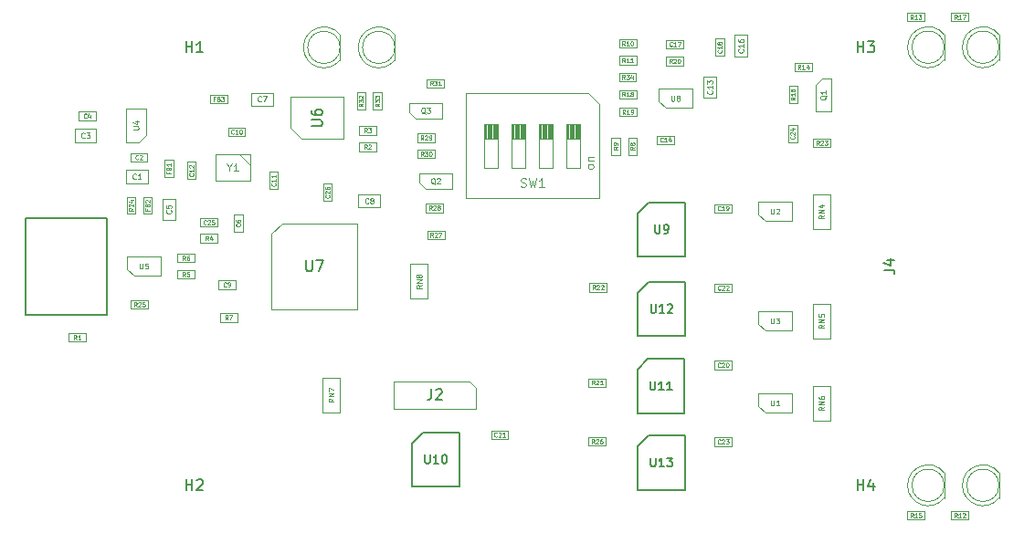
<source format=gbr>
G04 #@! TF.GenerationSoftware,KiCad,Pcbnew,5.0.2-bee76a0~70~ubuntu18.04.1*
G04 #@! TF.CreationDate,2019-08-12T10:54:45+02:00*
G04 #@! TF.ProjectId,JTAG-SWD-adapter,4a544147-2d53-4574-942d-616461707465,rev?*
G04 #@! TF.SameCoordinates,PX18392c0PY54c81a0*
G04 #@! TF.FileFunction,Other,Fab,Top*
%FSLAX46Y46*%
G04 Gerber Fmt 4.6, Leading zero omitted, Abs format (unit mm)*
G04 Created by KiCad (PCBNEW 5.0.2-bee76a0~70~ubuntu18.04.1) date pon 12 avg 2019 10:54:45 CEST*
%MOMM*%
%LPD*%
G01*
G04 APERTURE LIST*
%ADD10C,0.100000*%
%ADD11C,0.150000*%
%ADD12C,0.075000*%
%ADD13C,0.060000*%
%ADD14C,0.120000*%
%ADD15C,0.080000*%
%ADD16C,0.105000*%
G04 APERTURE END LIST*
D10*
G04 #@! TO.C,U5*
X8036000Y26300000D02*
X11136000Y26300000D01*
X11136000Y26300000D02*
X11136000Y24500000D01*
X8686000Y24500000D02*
X11136000Y24500000D01*
X8036000Y26300000D02*
X8036000Y25150000D01*
X8686000Y24500000D02*
X8036000Y25150000D01*
G04 #@! TO.C,U8*
X57987360Y40070200D02*
X57337360Y40720200D01*
X57337360Y41870200D02*
X57337360Y40720200D01*
X57987360Y40070200D02*
X60437360Y40070200D01*
X60437360Y41870200D02*
X60437360Y40070200D01*
X57337360Y41870200D02*
X60437360Y41870200D01*
G04 #@! TO.C,U7*
X21400000Y28400000D02*
X22400000Y29400000D01*
X21400000Y21400000D02*
X21400000Y28400000D01*
X29400000Y21400000D02*
X21400000Y21400000D01*
X29400000Y29400000D02*
X29400000Y21400000D01*
X22400000Y29400000D02*
X29400000Y29400000D01*
G04 #@! TO.C,D6*
X27796555Y46872776D02*
G75*
G03X27796000Y44541110I-1500555J-1165476D01*
G01*
X27796000Y45707300D02*
G75*
G03X27796000Y45707300I-1500000J0D01*
G01*
X27796000Y44541110D02*
X27796000Y46873490D01*
G04 #@! TO.C,D5*
X32876000Y44541110D02*
X32876000Y46873490D01*
X32876000Y45707300D02*
G75*
G03X32876000Y45707300I-1500000J0D01*
G01*
X32876555Y46872776D02*
G75*
G03X32876000Y44541110I-1500555J-1165476D01*
G01*
G04 #@! TO.C,R32*
X30143400Y41541600D02*
X30143400Y39941600D01*
X29343400Y41541600D02*
X30143400Y41541600D01*
X29343400Y39941600D02*
X29343400Y41541600D01*
X30143400Y39941600D02*
X29343400Y39941600D01*
G04 #@! TO.C,R33*
X31654700Y41541600D02*
X31654700Y39941600D01*
X30854700Y41541600D02*
X31654700Y41541600D01*
X30854700Y39941600D02*
X30854700Y41541600D01*
X31654700Y39941600D02*
X30854700Y39941600D01*
G04 #@! TO.C,R34*
X53644900Y42551400D02*
X53644900Y43351400D01*
X53644900Y43351400D02*
X55244900Y43351400D01*
X55244900Y43351400D02*
X55244900Y42551400D01*
X55244900Y42551400D02*
X53644900Y42551400D01*
G04 #@! TO.C,Q3*
X37267960Y39132280D02*
X37267960Y40532280D01*
X34227960Y40532280D02*
X37267960Y40532280D01*
X34797960Y39132280D02*
X34227960Y39682280D01*
X34227960Y39682280D02*
X34227960Y40532280D01*
X34797960Y39132280D02*
X37247960Y39132280D01*
G04 #@! TO.C,Q2*
X38172200Y32599400D02*
X38172200Y33999400D01*
X35132200Y33999400D02*
X38172200Y33999400D01*
X35702200Y32599400D02*
X35132200Y33149400D01*
X35132200Y33149400D02*
X35132200Y33999400D01*
X35702200Y32599400D02*
X38152200Y32599400D01*
G04 #@! TO.C,R28*
X37350600Y30410200D02*
X35750600Y30410200D01*
X37350600Y31210200D02*
X37350600Y30410200D01*
X35750600Y31210200D02*
X37350600Y31210200D01*
X35750600Y30410200D02*
X35750600Y31210200D01*
G04 #@! TO.C,R29*
X34973360Y37727840D02*
X36573360Y37727840D01*
X34973360Y36927840D02*
X34973360Y37727840D01*
X36573360Y36927840D02*
X34973360Y36927840D01*
X36573360Y37727840D02*
X36573360Y36927840D01*
G04 #@! TO.C,R30*
X36575900Y35414000D02*
X34975900Y35414000D01*
X36575900Y36214000D02*
X36575900Y35414000D01*
X34975900Y36214000D02*
X36575900Y36214000D01*
X34975900Y35414000D02*
X34975900Y36214000D01*
G04 #@! TO.C,R27*
X35872520Y28710840D02*
X37472520Y28710840D01*
X35872520Y27910840D02*
X35872520Y28710840D01*
X37472520Y27910840D02*
X35872520Y27910840D01*
X37472520Y28710840D02*
X37472520Y27910840D01*
G04 #@! TO.C,R31*
X37447120Y41972280D02*
X35847120Y41972280D01*
X37447120Y42772280D02*
X37447120Y41972280D01*
X35847120Y42772280D02*
X37447120Y42772280D01*
X35847120Y41972280D02*
X35847120Y42772280D01*
G04 #@! TO.C,J2*
X39751000Y14732000D02*
X40386000Y14097000D01*
X32766000Y14732000D02*
X39751000Y14732000D01*
X32766000Y12192000D02*
X32766000Y14732000D01*
X40386000Y12192000D02*
X32766000Y12192000D01*
X40386000Y14097000D02*
X40386000Y12192000D01*
G04 #@! TO.C,R26*
X50825500Y9544000D02*
X52425500Y9544000D01*
X50825500Y8744000D02*
X50825500Y9544000D01*
X52425500Y8744000D02*
X50825500Y8744000D01*
X52425500Y9544000D02*
X52425500Y8744000D01*
G04 #@! TO.C,C26*
X27044600Y33059300D02*
X27044600Y31459300D01*
X26244600Y33059300D02*
X27044600Y33059300D01*
X26244600Y31459300D02*
X26244600Y33059300D01*
X27044600Y31459300D02*
X26244600Y31459300D01*
G04 #@! TO.C,R6*
X12712800Y26562000D02*
X14312800Y26562000D01*
X12712800Y25762000D02*
X12712800Y26562000D01*
X14312800Y25762000D02*
X12712800Y25762000D01*
X14312800Y26562000D02*
X14312800Y25762000D01*
G04 #@! TO.C,R5*
X12712800Y25038000D02*
X14312800Y25038000D01*
X12712800Y24238000D02*
X12712800Y25038000D01*
X14312800Y24238000D02*
X12712800Y24238000D01*
X14312800Y25038000D02*
X14312800Y24238000D01*
G04 #@! TO.C,C25*
X14835000Y29864000D02*
X16435000Y29864000D01*
X14835000Y29064000D02*
X14835000Y29864000D01*
X16435000Y29064000D02*
X14835000Y29064000D01*
X16435000Y29864000D02*
X16435000Y29064000D01*
G04 #@! TO.C,R25*
X9993500Y21444000D02*
X8393500Y21444000D01*
X9993500Y22244000D02*
X9993500Y21444000D01*
X8393500Y22244000D02*
X9993500Y22244000D01*
X8393500Y21444000D02*
X8393500Y22244000D01*
G04 #@! TO.C,R24*
X8845500Y31851500D02*
X8845500Y30251500D01*
X8045500Y31851500D02*
X8845500Y31851500D01*
X8045500Y30251500D02*
X8045500Y31851500D01*
X8845500Y30251500D02*
X8045500Y30251500D01*
G04 #@! TO.C,C24*
X70148400Y38505000D02*
X70148400Y36905000D01*
X69348400Y38505000D02*
X70148400Y38505000D01*
X69348400Y36905000D02*
X69348400Y38505000D01*
X70148400Y36905000D02*
X69348400Y36905000D01*
G04 #@! TO.C,RN7*
X26187500Y11862000D02*
X26187500Y15062000D01*
X27787500Y11862000D02*
X26187500Y11862000D01*
X27787500Y15062000D02*
X27787500Y11862000D01*
X26187500Y15062000D02*
X27787500Y15062000D01*
G04 #@! TO.C,RN8*
X34331500Y22403000D02*
X34331500Y25603000D01*
X35931500Y22403000D02*
X34331500Y22403000D01*
X35931500Y25603000D02*
X35931500Y22403000D01*
X34331500Y25603000D02*
X35931500Y25603000D01*
G04 #@! TO.C,SW1*
X42453560Y37260027D02*
X41183560Y37260027D01*
X41253560Y38613360D02*
X41253560Y37260027D01*
X41353560Y38613360D02*
X41353560Y37260027D01*
X41453560Y38613360D02*
X41453560Y37260027D01*
X41553560Y38613360D02*
X41553560Y37260027D01*
X41653560Y38613360D02*
X41653560Y37260027D01*
X41753560Y38613360D02*
X41753560Y37260027D01*
X41853560Y38613360D02*
X41853560Y37260027D01*
X41953560Y38613360D02*
X41953560Y37260027D01*
X42053560Y38613360D02*
X42053560Y37260027D01*
X42153560Y38613360D02*
X42153560Y37260027D01*
X42253560Y38613360D02*
X42253560Y37260027D01*
X42353560Y38613360D02*
X42353560Y37260027D01*
X42453560Y34553360D02*
X42453560Y38613360D01*
X41183560Y34553360D02*
X42453560Y34553360D01*
X41183560Y38613360D02*
X41183560Y34553360D01*
X42453560Y38613360D02*
X41183560Y38613360D01*
X44993560Y37260027D02*
X43723560Y37260027D01*
X43793560Y38613360D02*
X43793560Y37260027D01*
X43893560Y38613360D02*
X43893560Y37260027D01*
X43993560Y38613360D02*
X43993560Y37260027D01*
X44093560Y38613360D02*
X44093560Y37260027D01*
X44193560Y38613360D02*
X44193560Y37260027D01*
X44293560Y38613360D02*
X44293560Y37260027D01*
X44393560Y38613360D02*
X44393560Y37260027D01*
X44493560Y38613360D02*
X44493560Y37260027D01*
X44593560Y38613360D02*
X44593560Y37260027D01*
X44693560Y38613360D02*
X44693560Y37260027D01*
X44793560Y38613360D02*
X44793560Y37260027D01*
X44893560Y38613360D02*
X44893560Y37260027D01*
X44993560Y34553360D02*
X44993560Y38613360D01*
X43723560Y34553360D02*
X44993560Y34553360D01*
X43723560Y38613360D02*
X43723560Y34553360D01*
X44993560Y38613360D02*
X43723560Y38613360D01*
X47533560Y37260027D02*
X46263560Y37260027D01*
X46333560Y38613360D02*
X46333560Y37260027D01*
X46433560Y38613360D02*
X46433560Y37260027D01*
X46533560Y38613360D02*
X46533560Y37260027D01*
X46633560Y38613360D02*
X46633560Y37260027D01*
X46733560Y38613360D02*
X46733560Y37260027D01*
X46833560Y38613360D02*
X46833560Y37260027D01*
X46933560Y38613360D02*
X46933560Y37260027D01*
X47033560Y38613360D02*
X47033560Y37260027D01*
X47133560Y38613360D02*
X47133560Y37260027D01*
X47233560Y38613360D02*
X47233560Y37260027D01*
X47333560Y38613360D02*
X47333560Y37260027D01*
X47433560Y38613360D02*
X47433560Y37260027D01*
X47533560Y34553360D02*
X47533560Y38613360D01*
X46263560Y34553360D02*
X47533560Y34553360D01*
X46263560Y38613360D02*
X46263560Y34553360D01*
X47533560Y38613360D02*
X46263560Y38613360D01*
X50073560Y37260027D02*
X48803560Y37260027D01*
X48873560Y38613360D02*
X48873560Y37260027D01*
X48973560Y38613360D02*
X48973560Y37260027D01*
X49073560Y38613360D02*
X49073560Y37260027D01*
X49173560Y38613360D02*
X49173560Y37260027D01*
X49273560Y38613360D02*
X49273560Y37260027D01*
X49373560Y38613360D02*
X49373560Y37260027D01*
X49473560Y38613360D02*
X49473560Y37260027D01*
X49573560Y38613360D02*
X49573560Y37260027D01*
X49673560Y38613360D02*
X49673560Y37260027D01*
X49773560Y38613360D02*
X49773560Y37260027D01*
X49873560Y38613360D02*
X49873560Y37260027D01*
X49973560Y38613360D02*
X49973560Y37260027D01*
X50073560Y34553360D02*
X50073560Y38613360D01*
X48803560Y34553360D02*
X50073560Y34553360D01*
X48803560Y38613360D02*
X48803560Y34553360D01*
X50073560Y38613360D02*
X48803560Y38613360D01*
X50798560Y41473360D02*
X51798560Y40473360D01*
X39458560Y41473360D02*
X50798560Y41473360D01*
X39458560Y31693360D02*
X39458560Y41473360D01*
X51798560Y31693360D02*
X39458560Y31693360D01*
X51798560Y40473360D02*
X51798560Y31693360D01*
G04 #@! TO.C,D1*
X88876000Y3913810D02*
X88876000Y6246190D01*
X88876000Y5080000D02*
G75*
G03X88876000Y5080000I-1500000J0D01*
G01*
X88876555Y6245476D02*
G75*
G03X88876000Y3913810I-1500555J-1165476D01*
G01*
G04 #@! TO.C,D2*
X83796000Y44553810D02*
X83796000Y46886190D01*
X83796000Y45720000D02*
G75*
G03X83796000Y45720000I-1500000J0D01*
G01*
X83796555Y46885476D02*
G75*
G03X83796000Y44553810I-1500555J-1165476D01*
G01*
G04 #@! TO.C,D3*
X83796000Y3913810D02*
X83796000Y6246190D01*
X83796000Y5080000D02*
G75*
G03X83796000Y5080000I-1500000J0D01*
G01*
X83796555Y6245476D02*
G75*
G03X83796000Y3913810I-1500555J-1165476D01*
G01*
G04 #@! TO.C,D4*
X88876000Y44553810D02*
X88876000Y46886190D01*
X88876000Y45720000D02*
G75*
G03X88876000Y45720000I-1500000J0D01*
G01*
X88876555Y46885476D02*
G75*
G03X88876000Y44553810I-1500555J-1165476D01*
G01*
G04 #@! TO.C,U1*
X66572800Y13600000D02*
X69672800Y13600000D01*
X69672800Y13600000D02*
X69672800Y11800000D01*
X67222800Y11800000D02*
X69672800Y11800000D01*
X66572800Y13600000D02*
X66572800Y12450000D01*
X67222800Y11800000D02*
X66572800Y12450000D01*
G04 #@! TO.C,R23*
X73240800Y36430000D02*
X71640800Y36430000D01*
X73240800Y37230000D02*
X73240800Y36430000D01*
X71640800Y37230000D02*
X73240800Y37230000D01*
X71640800Y36430000D02*
X71640800Y37230000D01*
D11*
G04 #@! TO.C,J1*
X-1390000Y25400000D02*
X-1390000Y20900000D01*
X-1390000Y20900000D02*
X6210000Y20900000D01*
X6210000Y20900000D02*
X6210000Y29900000D01*
X6210000Y29900000D02*
X-1390000Y29900000D01*
X-1390000Y29900000D02*
X-1390000Y25400000D01*
D10*
G04 #@! TO.C,C14*
X57162800Y36722100D02*
X57162800Y37522100D01*
X57162800Y37522100D02*
X58762800Y37522100D01*
X58762800Y37522100D02*
X58762800Y36722100D01*
X58762800Y36722100D02*
X57162800Y36722100D01*
G04 #@! TO.C,C17*
X58013700Y46396860D02*
X59613700Y46396860D01*
X58013700Y45596860D02*
X58013700Y46396860D01*
X59613700Y45596860D02*
X58013700Y45596860D01*
X59613700Y46396860D02*
X59613700Y45596860D01*
G04 #@! TO.C,C18*
X63392000Y46506000D02*
X63392000Y44906000D01*
X62592000Y46506000D02*
X63392000Y46506000D01*
X62592000Y44906000D02*
X62592000Y46506000D01*
X63392000Y44906000D02*
X62592000Y44906000D01*
G04 #@! TO.C,C19*
X64094260Y30374640D02*
X62494260Y30374640D01*
X64094260Y31174640D02*
X64094260Y30374640D01*
X62494260Y31174640D02*
X64094260Y31174640D01*
X62494260Y30374640D02*
X62494260Y31174640D01*
G04 #@! TO.C,C20*
X64092960Y15838220D02*
X62492960Y15838220D01*
X64092960Y16638220D02*
X64092960Y15838220D01*
X62492960Y16638220D02*
X64092960Y16638220D01*
X62492960Y15838220D02*
X62492960Y16638220D01*
G04 #@! TO.C,C21*
X43384400Y9366300D02*
X41784400Y9366300D01*
X43384400Y10166300D02*
X43384400Y9366300D01*
X41784400Y10166300D02*
X43384400Y10166300D01*
X41784400Y9366300D02*
X41784400Y10166300D01*
G04 #@! TO.C,C22*
X64095500Y22993400D02*
X62495500Y22993400D01*
X64095500Y23793400D02*
X64095500Y22993400D01*
X62495500Y23793400D02*
X64095500Y23793400D01*
X62495500Y22993400D02*
X62495500Y23793400D01*
G04 #@! TO.C,C23*
X64092960Y8723680D02*
X62492960Y8723680D01*
X64092960Y9523680D02*
X64092960Y8723680D01*
X62492960Y9523680D02*
X64092960Y9523680D01*
X62492960Y8723680D02*
X62492960Y9523680D01*
G04 #@! TO.C,C11*
X22040800Y34162900D02*
X22040800Y32562900D01*
X21240800Y34162900D02*
X22040800Y34162900D01*
X21240800Y32562900D02*
X21240800Y34162900D01*
X22040800Y32562900D02*
X21240800Y32562900D01*
G04 #@! TO.C,C7*
X21561300Y40306700D02*
X19561300Y40306700D01*
X21561300Y41506700D02*
X21561300Y40306700D01*
X19561300Y41506700D02*
X21561300Y41506700D01*
X19561300Y40306700D02*
X19561300Y41506700D01*
G04 #@! TO.C,C1*
X7962500Y34318500D02*
X9962500Y34318500D01*
X7962500Y33118500D02*
X7962500Y34318500D01*
X9962500Y33118500D02*
X7962500Y33118500D01*
X9962500Y34318500D02*
X9962500Y33118500D01*
G04 #@! TO.C,C3*
X3194700Y38128500D02*
X5194700Y38128500D01*
X3194700Y36928500D02*
X3194700Y38128500D01*
X5194700Y36928500D02*
X3194700Y36928500D01*
X5194700Y38128500D02*
X5194700Y36928500D01*
G04 #@! TO.C,C5*
X11338000Y29683200D02*
X11338000Y31683200D01*
X12538000Y29683200D02*
X11338000Y29683200D01*
X12538000Y31683200D02*
X12538000Y29683200D01*
X11338000Y31683200D02*
X12538000Y31683200D01*
G04 #@! TO.C,C16*
X65560500Y46856000D02*
X65560500Y44856000D01*
X64360500Y46856000D02*
X65560500Y46856000D01*
X64360500Y44856000D02*
X64360500Y46856000D01*
X65560500Y44856000D02*
X64360500Y44856000D01*
G04 #@! TO.C,C13*
X61490300Y43011600D02*
X62690300Y43011600D01*
X62690300Y43011600D02*
X62690300Y41011600D01*
X62690300Y41011600D02*
X61490300Y41011600D01*
X61490300Y41011600D02*
X61490300Y43011600D01*
G04 #@! TO.C,Y1*
X19454000Y34801000D02*
X18454000Y35801000D01*
X16254000Y33301000D02*
X19454000Y33301000D01*
X16254000Y35801000D02*
X16254000Y33301000D01*
X19454000Y35801000D02*
X16254000Y35801000D01*
X19454000Y33301000D02*
X19454000Y35801000D01*
G04 #@! TO.C,FB2*
X9569500Y30251500D02*
X9569500Y31851500D01*
X10369500Y30251500D02*
X9569500Y30251500D01*
X10369500Y31851500D02*
X10369500Y30251500D01*
X9569500Y31851500D02*
X10369500Y31851500D01*
G04 #@! TO.C,FB1*
X12325300Y35255100D02*
X12325300Y33655100D01*
X11525300Y35255100D02*
X12325300Y35255100D01*
X11525300Y33655100D02*
X11525300Y35255100D01*
X12325300Y33655100D02*
X11525300Y33655100D01*
G04 #@! TO.C,FB3*
X15746800Y41306700D02*
X17346800Y41306700D01*
X15746800Y40506700D02*
X15746800Y41306700D01*
X17346800Y40506700D02*
X15746800Y40506700D01*
X17346800Y41306700D02*
X17346800Y40506700D01*
G04 #@! TO.C,U6*
X24229400Y37216800D02*
X23229400Y38216800D01*
X28129400Y37216800D02*
X24229400Y37216800D01*
X28129400Y41116800D02*
X28129400Y37216800D01*
X23229400Y41116800D02*
X28129400Y41116800D01*
X23229400Y38216800D02*
X23229400Y41116800D01*
D11*
G04 #@! TO.C,U9*
X55394500Y30329000D02*
X56394500Y31329000D01*
X55394500Y26329000D02*
X55394500Y30329000D01*
X59794500Y26329000D02*
X55394500Y26329000D01*
X59794500Y31329000D02*
X59794500Y26329000D01*
X56394500Y31329000D02*
X59794500Y31329000D01*
G04 #@! TO.C,U13*
X55360000Y8675500D02*
X56360000Y9675500D01*
X55360000Y4675500D02*
X55360000Y8675500D01*
X59760000Y4675500D02*
X55360000Y4675500D01*
X59760000Y9675500D02*
X59760000Y4675500D01*
X56360000Y9675500D02*
X59760000Y9675500D01*
G04 #@! TO.C,U11*
X55331000Y15787500D02*
X56331000Y16787500D01*
X55331000Y11787500D02*
X55331000Y15787500D01*
X59731000Y11787500D02*
X55331000Y11787500D01*
X59731000Y16787500D02*
X59731000Y11787500D01*
X56331000Y16787500D02*
X59731000Y16787500D01*
G04 #@! TO.C,U12*
X55394500Y22963000D02*
X56394500Y23963000D01*
X55394500Y18963000D02*
X55394500Y22963000D01*
X59794500Y18963000D02*
X55394500Y18963000D01*
X59794500Y23963000D02*
X59794500Y18963000D01*
X56394500Y23963000D02*
X59794500Y23963000D01*
G04 #@! TO.C,U10*
X34459820Y8985380D02*
X35459820Y9985380D01*
X34459820Y4985380D02*
X34459820Y8985380D01*
X38859820Y4985380D02*
X34459820Y4985380D01*
X38859820Y9985380D02*
X38859820Y4985380D01*
X35459820Y9985380D02*
X38859820Y9985380D01*
D10*
G04 #@! TO.C,U4*
X7990000Y36931000D02*
X7990000Y40031000D01*
X7990000Y40031000D02*
X9790000Y40031000D01*
X9790000Y37581000D02*
X9790000Y40031000D01*
X7990000Y36931000D02*
X9140000Y36931000D01*
X9790000Y37581000D02*
X9140000Y36931000D01*
G04 #@! TO.C,U3*
X66572800Y21220000D02*
X69672800Y21220000D01*
X69672800Y21220000D02*
X69672800Y19420000D01*
X67222800Y19420000D02*
X69672800Y19420000D01*
X66572800Y21220000D02*
X66572800Y20070000D01*
X67222800Y19420000D02*
X66572800Y20070000D01*
G04 #@! TO.C,U2*
X66572800Y31380000D02*
X69672800Y31380000D01*
X69672800Y31380000D02*
X69672800Y29580000D01*
X67222800Y29580000D02*
X69672800Y29580000D01*
X66572800Y31380000D02*
X66572800Y30230000D01*
X67222800Y29580000D02*
X66572800Y30230000D01*
G04 #@! TO.C,R21*
X50839500Y15005000D02*
X52439500Y15005000D01*
X50839500Y14205000D02*
X50839500Y15005000D01*
X52439500Y14205000D02*
X50839500Y14205000D01*
X52439500Y15005000D02*
X52439500Y14205000D01*
G04 #@! TO.C,R8*
X55307180Y37342980D02*
X55307180Y35742980D01*
X54507180Y37342980D02*
X55307180Y37342980D01*
X54507180Y35742980D02*
X54507180Y37342980D01*
X55307180Y35742980D02*
X54507180Y35742980D01*
G04 #@! TO.C,R9*
X52947620Y35744220D02*
X52947620Y37344220D01*
X53747620Y35744220D02*
X52947620Y35744220D01*
X53747620Y37344220D02*
X53747620Y35744220D01*
X52947620Y37344220D02*
X53747620Y37344220D01*
G04 #@! TO.C,R10*
X55253760Y45660360D02*
X53653760Y45660360D01*
X55253760Y46460360D02*
X55253760Y45660360D01*
X53653760Y46460360D02*
X55253760Y46460360D01*
X53653760Y45660360D02*
X53653760Y46460360D01*
G04 #@! TO.C,R4*
X14835000Y28390800D02*
X16435000Y28390800D01*
X14835000Y27590800D02*
X14835000Y28390800D01*
X16435000Y27590800D02*
X14835000Y27590800D01*
X16435000Y28390800D02*
X16435000Y27590800D01*
G04 #@! TO.C,R11*
X55252520Y44100800D02*
X53652520Y44100800D01*
X55252520Y44900800D02*
X55252520Y44100800D01*
X53652520Y44900800D02*
X55252520Y44900800D01*
X53652520Y44100800D02*
X53652520Y44900800D01*
G04 #@! TO.C,R1*
X4229000Y18396000D02*
X2629000Y18396000D01*
X4229000Y19196000D02*
X4229000Y18396000D01*
X2629000Y19196000D02*
X4229000Y19196000D01*
X2629000Y18396000D02*
X2629000Y19196000D01*
G04 #@! TO.C,R2*
X29565700Y36874400D02*
X31165700Y36874400D01*
X29565700Y36074400D02*
X29565700Y36874400D01*
X31165700Y36074400D02*
X29565700Y36074400D01*
X31165700Y36874400D02*
X31165700Y36074400D01*
G04 #@! TO.C,R22*
X50903000Y23831500D02*
X52503000Y23831500D01*
X50903000Y23031500D02*
X50903000Y23831500D01*
X52503000Y23031500D02*
X50903000Y23031500D01*
X52503000Y23831500D02*
X52503000Y23031500D01*
G04 #@! TO.C,R19*
X55267760Y39310360D02*
X53667760Y39310360D01*
X55267760Y40110360D02*
X55267760Y39310360D01*
X53667760Y40110360D02*
X55267760Y40110360D01*
X53667760Y39310360D02*
X53667760Y40110360D01*
G04 #@! TO.C,R20*
X58013700Y44816980D02*
X59613700Y44816980D01*
X58013700Y44016980D02*
X58013700Y44816980D01*
X59613700Y44016980D02*
X58013700Y44016980D01*
X59613700Y44816980D02*
X59613700Y44016980D01*
G04 #@! TO.C,R3*
X29564400Y38398400D02*
X31164400Y38398400D01*
X29564400Y37598400D02*
X29564400Y38398400D01*
X31164400Y37598400D02*
X29564400Y37598400D01*
X31164400Y38398400D02*
X31164400Y37598400D01*
G04 #@! TO.C,C12*
X14433500Y35077300D02*
X14433500Y33477300D01*
X13633500Y35077300D02*
X14433500Y35077300D01*
X13633500Y33477300D02*
X13633500Y35077300D01*
X14433500Y33477300D02*
X13633500Y33477300D01*
G04 #@! TO.C,RN6*
X71640800Y11100000D02*
X71640800Y14300000D01*
X73240800Y11100000D02*
X71640800Y11100000D01*
X73240800Y14300000D02*
X73240800Y11100000D01*
X71640800Y14300000D02*
X73240800Y14300000D01*
G04 #@! TO.C,RN5*
X71640800Y18720000D02*
X71640800Y21920000D01*
X73240800Y18720000D02*
X71640800Y18720000D01*
X73240800Y21920000D02*
X73240800Y18720000D01*
X71640800Y21920000D02*
X73240800Y21920000D01*
G04 #@! TO.C,RN4*
X71640800Y28880000D02*
X71640800Y32080000D01*
X73240800Y28880000D02*
X71640800Y28880000D01*
X73240800Y32080000D02*
X73240800Y28880000D01*
X71640800Y32080000D02*
X73240800Y32080000D01*
G04 #@! TO.C,R16*
X70186500Y42138500D02*
X70186500Y40538500D01*
X69386500Y42138500D02*
X70186500Y42138500D01*
X69386500Y40538500D02*
X69386500Y42138500D01*
X70186500Y40538500D02*
X69386500Y40538500D01*
G04 #@! TO.C,R7*
X16662500Y21037500D02*
X18262500Y21037500D01*
X16662500Y20237500D02*
X16662500Y21037500D01*
X18262500Y20237500D02*
X16662500Y20237500D01*
X18262500Y21037500D02*
X18262500Y20237500D01*
G04 #@! TO.C,R18*
X55257600Y40956280D02*
X53657600Y40956280D01*
X55257600Y41756280D02*
X55257600Y40956280D01*
X53657600Y41756280D02*
X55257600Y41756280D01*
X53657600Y40956280D02*
X53657600Y41756280D01*
G04 #@! TO.C,C6*
X18764200Y30187800D02*
X18764200Y28587800D01*
X17964200Y30187800D02*
X18764200Y30187800D01*
X17964200Y28587800D02*
X17964200Y30187800D01*
X18764200Y28587800D02*
X17964200Y28587800D01*
G04 #@! TO.C,R17*
X86031000Y48114000D02*
X84431000Y48114000D01*
X86031000Y48914000D02*
X86031000Y48114000D01*
X84431000Y48914000D02*
X86031000Y48914000D01*
X84431000Y48114000D02*
X84431000Y48914000D01*
G04 #@! TO.C,Q1*
X71896500Y39755000D02*
X73296500Y39755000D01*
X73296500Y42795000D02*
X73296500Y39755000D01*
X71896500Y42225000D02*
X72446500Y42795000D01*
X72446500Y42795000D02*
X73296500Y42795000D01*
X71896500Y42225000D02*
X71896500Y39775000D01*
G04 #@! TO.C,C2*
X8344000Y35896500D02*
X9944000Y35896500D01*
X8344000Y35096500D02*
X8344000Y35896500D01*
X9944000Y35096500D02*
X8344000Y35096500D01*
X9944000Y35896500D02*
X9944000Y35096500D01*
G04 #@! TO.C,C4*
X3544700Y39744600D02*
X5144700Y39744600D01*
X3544700Y38944600D02*
X3544700Y39744600D01*
X5144700Y38944600D02*
X3544700Y38944600D01*
X5144700Y39744600D02*
X5144700Y38944600D01*
G04 #@! TO.C,C10*
X17399100Y38271400D02*
X18999100Y38271400D01*
X17399100Y37471400D02*
X17399100Y38271400D01*
X18999100Y37471400D02*
X17399100Y37471400D01*
X18999100Y38271400D02*
X18999100Y37471400D01*
G04 #@! TO.C,C9*
X16497400Y24085500D02*
X18097400Y24085500D01*
X16497400Y23285500D02*
X16497400Y24085500D01*
X18097400Y23285500D02*
X16497400Y23285500D01*
X18097400Y24085500D02*
X18097400Y23285500D01*
G04 #@! TO.C,C8*
X31492700Y30845200D02*
X29492700Y30845200D01*
X31492700Y32045200D02*
X31492700Y30845200D01*
X29492700Y32045200D02*
X31492700Y32045200D01*
X29492700Y30845200D02*
X29492700Y32045200D01*
G04 #@! TO.C,R15*
X80367000Y2686000D02*
X81967000Y2686000D01*
X80367000Y1886000D02*
X80367000Y2686000D01*
X81967000Y1886000D02*
X80367000Y1886000D01*
X81967000Y2686000D02*
X81967000Y1886000D01*
G04 #@! TO.C,R14*
X69925000Y44278500D02*
X71525000Y44278500D01*
X69925000Y43478500D02*
X69925000Y44278500D01*
X71525000Y43478500D02*
X69925000Y43478500D01*
X71525000Y44278500D02*
X71525000Y43478500D01*
G04 #@! TO.C,R13*
X80353000Y48114000D02*
X80353000Y48914000D01*
X80353000Y48914000D02*
X81953000Y48914000D01*
X81953000Y48914000D02*
X81953000Y48114000D01*
X81953000Y48114000D02*
X80353000Y48114000D01*
G04 #@! TO.C,R12*
X84431000Y2686000D02*
X86031000Y2686000D01*
X84431000Y1886000D02*
X84431000Y2686000D01*
X86031000Y1886000D02*
X84431000Y1886000D01*
X86031000Y2686000D02*
X86031000Y1886000D01*
G04 #@! TD*
G04 #@! TO.C,U5*
D12*
X9205047Y25673810D02*
X9205047Y25269048D01*
X9228857Y25221429D01*
X9252666Y25197620D01*
X9300285Y25173810D01*
X9395523Y25173810D01*
X9443142Y25197620D01*
X9466952Y25221429D01*
X9490761Y25269048D01*
X9490761Y25673810D01*
X9966952Y25673810D02*
X9728857Y25673810D01*
X9705047Y25435715D01*
X9728857Y25459524D01*
X9776476Y25483334D01*
X9895523Y25483334D01*
X9943142Y25459524D01*
X9966952Y25435715D01*
X9990761Y25388096D01*
X9990761Y25269048D01*
X9966952Y25221429D01*
X9943142Y25197620D01*
X9895523Y25173810D01*
X9776476Y25173810D01*
X9728857Y25197620D01*
X9705047Y25221429D01*
G04 #@! TO.C,U8*
X58506407Y41244010D02*
X58506407Y40839248D01*
X58530217Y40791629D01*
X58554026Y40767820D01*
X58601645Y40744010D01*
X58696883Y40744010D01*
X58744502Y40767820D01*
X58768312Y40791629D01*
X58792121Y40839248D01*
X58792121Y41244010D01*
X59101645Y41029724D02*
X59054026Y41053534D01*
X59030217Y41077343D01*
X59006407Y41124962D01*
X59006407Y41148772D01*
X59030217Y41196391D01*
X59054026Y41220200D01*
X59101645Y41244010D01*
X59196883Y41244010D01*
X59244502Y41220200D01*
X59268312Y41196391D01*
X59292121Y41148772D01*
X59292121Y41124962D01*
X59268312Y41077343D01*
X59244502Y41053534D01*
X59196883Y41029724D01*
X59101645Y41029724D01*
X59054026Y41005915D01*
X59030217Y40982105D01*
X59006407Y40934486D01*
X59006407Y40839248D01*
X59030217Y40791629D01*
X59054026Y40767820D01*
X59101645Y40744010D01*
X59196883Y40744010D01*
X59244502Y40767820D01*
X59268312Y40791629D01*
X59292121Y40839248D01*
X59292121Y40934486D01*
X59268312Y40982105D01*
X59244502Y41005915D01*
X59196883Y41029724D01*
G04 #@! TO.C,H4*
D11*
X75738095Y4627620D02*
X75738095Y5627620D01*
X75738095Y5151429D02*
X76309523Y5151429D01*
X76309523Y4627620D02*
X76309523Y5627620D01*
X77214285Y5294286D02*
X77214285Y4627620D01*
X76976190Y5675239D02*
X76738095Y4960953D01*
X77357142Y4960953D01*
G04 #@! TO.C,H3*
X75738095Y45267620D02*
X75738095Y46267620D01*
X75738095Y45791429D02*
X76309523Y45791429D01*
X76309523Y45267620D02*
X76309523Y46267620D01*
X76690476Y46267620D02*
X77309523Y46267620D01*
X76976190Y45886667D01*
X77119047Y45886667D01*
X77214285Y45839048D01*
X77261904Y45791429D01*
X77309523Y45696191D01*
X77309523Y45458096D01*
X77261904Y45362858D01*
X77214285Y45315239D01*
X77119047Y45267620D01*
X76833333Y45267620D01*
X76738095Y45315239D01*
X76690476Y45362858D01*
G04 #@! TO.C,H2*
X13508095Y4627620D02*
X13508095Y5627620D01*
X13508095Y5151429D02*
X14079523Y5151429D01*
X14079523Y4627620D02*
X14079523Y5627620D01*
X14508095Y5532381D02*
X14555714Y5580000D01*
X14650952Y5627620D01*
X14889047Y5627620D01*
X14984285Y5580000D01*
X15031904Y5532381D01*
X15079523Y5437143D01*
X15079523Y5341905D01*
X15031904Y5199048D01*
X14460476Y4627620D01*
X15079523Y4627620D01*
G04 #@! TO.C,H1*
X13508095Y45267620D02*
X13508095Y46267620D01*
X13508095Y45791429D02*
X14079523Y45791429D01*
X14079523Y45267620D02*
X14079523Y46267620D01*
X15079523Y45267620D02*
X14508095Y45267620D01*
X14793809Y45267620D02*
X14793809Y46267620D01*
X14698571Y46124762D01*
X14603333Y46029524D01*
X14508095Y45981905D01*
G04 #@! TO.C,U7*
X24638095Y25947620D02*
X24638095Y25138096D01*
X24685714Y25042858D01*
X24733333Y24995239D01*
X24828571Y24947620D01*
X25019047Y24947620D01*
X25114285Y24995239D01*
X25161904Y25042858D01*
X25209523Y25138096D01*
X25209523Y25947620D01*
X25590476Y25947620D02*
X26257142Y25947620D01*
X25828571Y24947620D01*
G04 #@! TO.C,R32*
D13*
X29924352Y40484458D02*
X29733876Y40351124D01*
X29924352Y40255886D02*
X29524352Y40255886D01*
X29524352Y40408267D01*
X29543400Y40446362D01*
X29562447Y40465410D01*
X29600542Y40484458D01*
X29657685Y40484458D01*
X29695780Y40465410D01*
X29714828Y40446362D01*
X29733876Y40408267D01*
X29733876Y40255886D01*
X29524352Y40617791D02*
X29524352Y40865410D01*
X29676733Y40732077D01*
X29676733Y40789220D01*
X29695780Y40827315D01*
X29714828Y40846362D01*
X29752923Y40865410D01*
X29848161Y40865410D01*
X29886257Y40846362D01*
X29905304Y40827315D01*
X29924352Y40789220D01*
X29924352Y40674934D01*
X29905304Y40636839D01*
X29886257Y40617791D01*
X29562447Y41017791D02*
X29543400Y41036839D01*
X29524352Y41074934D01*
X29524352Y41170172D01*
X29543400Y41208267D01*
X29562447Y41227315D01*
X29600542Y41246362D01*
X29638638Y41246362D01*
X29695780Y41227315D01*
X29924352Y40998743D01*
X29924352Y41246362D01*
G04 #@! TO.C,R33*
X31435652Y40484458D02*
X31245176Y40351124D01*
X31435652Y40255886D02*
X31035652Y40255886D01*
X31035652Y40408267D01*
X31054700Y40446362D01*
X31073747Y40465410D01*
X31111842Y40484458D01*
X31168985Y40484458D01*
X31207080Y40465410D01*
X31226128Y40446362D01*
X31245176Y40408267D01*
X31245176Y40255886D01*
X31035652Y40617791D02*
X31035652Y40865410D01*
X31188033Y40732077D01*
X31188033Y40789220D01*
X31207080Y40827315D01*
X31226128Y40846362D01*
X31264223Y40865410D01*
X31359461Y40865410D01*
X31397557Y40846362D01*
X31416604Y40827315D01*
X31435652Y40789220D01*
X31435652Y40674934D01*
X31416604Y40636839D01*
X31397557Y40617791D01*
X31035652Y40998743D02*
X31035652Y41246362D01*
X31188033Y41113029D01*
X31188033Y41170172D01*
X31207080Y41208267D01*
X31226128Y41227315D01*
X31264223Y41246362D01*
X31359461Y41246362D01*
X31397557Y41227315D01*
X31416604Y41208267D01*
X31435652Y41170172D01*
X31435652Y41055886D01*
X31416604Y41017791D01*
X31397557Y40998743D01*
G04 #@! TO.C,R34*
X54187757Y42770448D02*
X54054423Y42960924D01*
X53959185Y42770448D02*
X53959185Y43170448D01*
X54111566Y43170448D01*
X54149661Y43151400D01*
X54168709Y43132353D01*
X54187757Y43094258D01*
X54187757Y43037115D01*
X54168709Y42999020D01*
X54149661Y42979972D01*
X54111566Y42960924D01*
X53959185Y42960924D01*
X54321090Y43170448D02*
X54568709Y43170448D01*
X54435376Y43018067D01*
X54492519Y43018067D01*
X54530614Y42999020D01*
X54549661Y42979972D01*
X54568709Y42941877D01*
X54568709Y42846639D01*
X54549661Y42808543D01*
X54530614Y42789496D01*
X54492519Y42770448D01*
X54378233Y42770448D01*
X54340138Y42789496D01*
X54321090Y42808543D01*
X54911566Y43037115D02*
X54911566Y42770448D01*
X54816328Y43189496D02*
X54721090Y42903781D01*
X54968709Y42903781D01*
G04 #@! TO.C,Q3*
D12*
X35700340Y39558471D02*
X35652721Y39582280D01*
X35605102Y39629900D01*
X35533674Y39701328D01*
X35486055Y39725138D01*
X35438436Y39725138D01*
X35462245Y39606090D02*
X35414626Y39629900D01*
X35367007Y39677519D01*
X35343198Y39772757D01*
X35343198Y39939423D01*
X35367007Y40034661D01*
X35414626Y40082280D01*
X35462245Y40106090D01*
X35557483Y40106090D01*
X35605102Y40082280D01*
X35652721Y40034661D01*
X35676531Y39939423D01*
X35676531Y39772757D01*
X35652721Y39677519D01*
X35605102Y39629900D01*
X35557483Y39606090D01*
X35462245Y39606090D01*
X35843198Y40106090D02*
X36152721Y40106090D01*
X35986055Y39915614D01*
X36057483Y39915614D01*
X36105102Y39891804D01*
X36128912Y39867995D01*
X36152721Y39820376D01*
X36152721Y39701328D01*
X36128912Y39653709D01*
X36105102Y39629900D01*
X36057483Y39606090D01*
X35914626Y39606090D01*
X35867007Y39629900D01*
X35843198Y39653709D01*
G04 #@! TO.C,Q2*
X36604580Y33025591D02*
X36556961Y33049400D01*
X36509342Y33097020D01*
X36437914Y33168448D01*
X36390295Y33192258D01*
X36342676Y33192258D01*
X36366485Y33073210D02*
X36318866Y33097020D01*
X36271247Y33144639D01*
X36247438Y33239877D01*
X36247438Y33406543D01*
X36271247Y33501781D01*
X36318866Y33549400D01*
X36366485Y33573210D01*
X36461723Y33573210D01*
X36509342Y33549400D01*
X36556961Y33501781D01*
X36580771Y33406543D01*
X36580771Y33239877D01*
X36556961Y33144639D01*
X36509342Y33097020D01*
X36461723Y33073210D01*
X36366485Y33073210D01*
X36771247Y33525591D02*
X36795057Y33549400D01*
X36842676Y33573210D01*
X36961723Y33573210D01*
X37009342Y33549400D01*
X37033152Y33525591D01*
X37056961Y33477972D01*
X37056961Y33430353D01*
X37033152Y33358924D01*
X36747438Y33073210D01*
X37056961Y33073210D01*
G04 #@! TO.C,R28*
D13*
X36293457Y30629248D02*
X36160123Y30819724D01*
X36064885Y30629248D02*
X36064885Y31029248D01*
X36217266Y31029248D01*
X36255361Y31010200D01*
X36274409Y30991153D01*
X36293457Y30953058D01*
X36293457Y30895915D01*
X36274409Y30857820D01*
X36255361Y30838772D01*
X36217266Y30819724D01*
X36064885Y30819724D01*
X36445838Y30991153D02*
X36464885Y31010200D01*
X36502980Y31029248D01*
X36598219Y31029248D01*
X36636314Y31010200D01*
X36655361Y30991153D01*
X36674409Y30953058D01*
X36674409Y30914962D01*
X36655361Y30857820D01*
X36426790Y30629248D01*
X36674409Y30629248D01*
X36902980Y30857820D02*
X36864885Y30876867D01*
X36845838Y30895915D01*
X36826790Y30934010D01*
X36826790Y30953058D01*
X36845838Y30991153D01*
X36864885Y31010200D01*
X36902980Y31029248D01*
X36979171Y31029248D01*
X37017266Y31010200D01*
X37036314Y30991153D01*
X37055361Y30953058D01*
X37055361Y30934010D01*
X37036314Y30895915D01*
X37017266Y30876867D01*
X36979171Y30857820D01*
X36902980Y30857820D01*
X36864885Y30838772D01*
X36845838Y30819724D01*
X36826790Y30781629D01*
X36826790Y30705439D01*
X36845838Y30667343D01*
X36864885Y30648296D01*
X36902980Y30629248D01*
X36979171Y30629248D01*
X37017266Y30648296D01*
X37036314Y30667343D01*
X37055361Y30705439D01*
X37055361Y30781629D01*
X37036314Y30819724D01*
X37017266Y30838772D01*
X36979171Y30857820D01*
G04 #@! TO.C,R29*
X35516217Y37146888D02*
X35382883Y37337364D01*
X35287645Y37146888D02*
X35287645Y37546888D01*
X35440026Y37546888D01*
X35478121Y37527840D01*
X35497169Y37508793D01*
X35516217Y37470698D01*
X35516217Y37413555D01*
X35497169Y37375460D01*
X35478121Y37356412D01*
X35440026Y37337364D01*
X35287645Y37337364D01*
X35668598Y37508793D02*
X35687645Y37527840D01*
X35725740Y37546888D01*
X35820979Y37546888D01*
X35859074Y37527840D01*
X35878121Y37508793D01*
X35897169Y37470698D01*
X35897169Y37432602D01*
X35878121Y37375460D01*
X35649550Y37146888D01*
X35897169Y37146888D01*
X36087645Y37146888D02*
X36163836Y37146888D01*
X36201931Y37165936D01*
X36220979Y37184983D01*
X36259074Y37242126D01*
X36278121Y37318317D01*
X36278121Y37470698D01*
X36259074Y37508793D01*
X36240026Y37527840D01*
X36201931Y37546888D01*
X36125740Y37546888D01*
X36087645Y37527840D01*
X36068598Y37508793D01*
X36049550Y37470698D01*
X36049550Y37375460D01*
X36068598Y37337364D01*
X36087645Y37318317D01*
X36125740Y37299269D01*
X36201931Y37299269D01*
X36240026Y37318317D01*
X36259074Y37337364D01*
X36278121Y37375460D01*
G04 #@! TO.C,R30*
X35518757Y35633048D02*
X35385423Y35823524D01*
X35290185Y35633048D02*
X35290185Y36033048D01*
X35442566Y36033048D01*
X35480661Y36014000D01*
X35499709Y35994953D01*
X35518757Y35956858D01*
X35518757Y35899715D01*
X35499709Y35861620D01*
X35480661Y35842572D01*
X35442566Y35823524D01*
X35290185Y35823524D01*
X35652090Y36033048D02*
X35899709Y36033048D01*
X35766376Y35880667D01*
X35823519Y35880667D01*
X35861614Y35861620D01*
X35880661Y35842572D01*
X35899709Y35804477D01*
X35899709Y35709239D01*
X35880661Y35671143D01*
X35861614Y35652096D01*
X35823519Y35633048D01*
X35709233Y35633048D01*
X35671138Y35652096D01*
X35652090Y35671143D01*
X36147328Y36033048D02*
X36185423Y36033048D01*
X36223519Y36014000D01*
X36242566Y35994953D01*
X36261614Y35956858D01*
X36280661Y35880667D01*
X36280661Y35785429D01*
X36261614Y35709239D01*
X36242566Y35671143D01*
X36223519Y35652096D01*
X36185423Y35633048D01*
X36147328Y35633048D01*
X36109233Y35652096D01*
X36090185Y35671143D01*
X36071138Y35709239D01*
X36052090Y35785429D01*
X36052090Y35880667D01*
X36071138Y35956858D01*
X36090185Y35994953D01*
X36109233Y36014000D01*
X36147328Y36033048D01*
G04 #@! TO.C,R27*
X36415377Y28129888D02*
X36282043Y28320364D01*
X36186805Y28129888D02*
X36186805Y28529888D01*
X36339186Y28529888D01*
X36377281Y28510840D01*
X36396329Y28491793D01*
X36415377Y28453698D01*
X36415377Y28396555D01*
X36396329Y28358460D01*
X36377281Y28339412D01*
X36339186Y28320364D01*
X36186805Y28320364D01*
X36567758Y28491793D02*
X36586805Y28510840D01*
X36624900Y28529888D01*
X36720139Y28529888D01*
X36758234Y28510840D01*
X36777281Y28491793D01*
X36796329Y28453698D01*
X36796329Y28415602D01*
X36777281Y28358460D01*
X36548710Y28129888D01*
X36796329Y28129888D01*
X36929662Y28529888D02*
X37196329Y28529888D01*
X37024900Y28129888D01*
G04 #@! TO.C,R31*
X36389977Y42191328D02*
X36256643Y42381804D01*
X36161405Y42191328D02*
X36161405Y42591328D01*
X36313786Y42591328D01*
X36351881Y42572280D01*
X36370929Y42553233D01*
X36389977Y42515138D01*
X36389977Y42457995D01*
X36370929Y42419900D01*
X36351881Y42400852D01*
X36313786Y42381804D01*
X36161405Y42381804D01*
X36523310Y42591328D02*
X36770929Y42591328D01*
X36637596Y42438947D01*
X36694739Y42438947D01*
X36732834Y42419900D01*
X36751881Y42400852D01*
X36770929Y42362757D01*
X36770929Y42267519D01*
X36751881Y42229423D01*
X36732834Y42210376D01*
X36694739Y42191328D01*
X36580453Y42191328D01*
X36542358Y42210376D01*
X36523310Y42229423D01*
X37151881Y42191328D02*
X36923310Y42191328D01*
X37037596Y42191328D02*
X37037596Y42591328D01*
X36999500Y42534185D01*
X36961405Y42496090D01*
X36923310Y42477042D01*
G04 #@! TO.C,J2*
D11*
X36242666Y14009620D02*
X36242666Y13295334D01*
X36195047Y13152477D01*
X36099809Y13057239D01*
X35956952Y13009620D01*
X35861714Y13009620D01*
X36671238Y13914381D02*
X36718857Y13962000D01*
X36814095Y14009620D01*
X37052190Y14009620D01*
X37147428Y13962000D01*
X37195047Y13914381D01*
X37242666Y13819143D01*
X37242666Y13723905D01*
X37195047Y13581048D01*
X36623619Y13009620D01*
X37242666Y13009620D01*
G04 #@! TO.C,R26*
D13*
X51368357Y8963048D02*
X51235023Y9153524D01*
X51139785Y8963048D02*
X51139785Y9363048D01*
X51292166Y9363048D01*
X51330261Y9344000D01*
X51349309Y9324953D01*
X51368357Y9286858D01*
X51368357Y9229715D01*
X51349309Y9191620D01*
X51330261Y9172572D01*
X51292166Y9153524D01*
X51139785Y9153524D01*
X51520738Y9324953D02*
X51539785Y9344000D01*
X51577880Y9363048D01*
X51673119Y9363048D01*
X51711214Y9344000D01*
X51730261Y9324953D01*
X51749309Y9286858D01*
X51749309Y9248762D01*
X51730261Y9191620D01*
X51501690Y8963048D01*
X51749309Y8963048D01*
X52092166Y9363048D02*
X52015976Y9363048D01*
X51977880Y9344000D01*
X51958833Y9324953D01*
X51920738Y9267810D01*
X51901690Y9191620D01*
X51901690Y9039239D01*
X51920738Y9001143D01*
X51939785Y8982096D01*
X51977880Y8963048D01*
X52054071Y8963048D01*
X52092166Y8982096D01*
X52111214Y9001143D01*
X52130261Y9039239D01*
X52130261Y9134477D01*
X52111214Y9172572D01*
X52092166Y9191620D01*
X52054071Y9210667D01*
X51977880Y9210667D01*
X51939785Y9191620D01*
X51920738Y9172572D01*
X51901690Y9134477D01*
G04 #@! TO.C,C26*
X26787457Y32002158D02*
X26806504Y31983110D01*
X26825552Y31925967D01*
X26825552Y31887872D01*
X26806504Y31830729D01*
X26768409Y31792634D01*
X26730314Y31773586D01*
X26654123Y31754539D01*
X26596980Y31754539D01*
X26520790Y31773586D01*
X26482695Y31792634D01*
X26444600Y31830729D01*
X26425552Y31887872D01*
X26425552Y31925967D01*
X26444600Y31983110D01*
X26463647Y32002158D01*
X26463647Y32154539D02*
X26444600Y32173586D01*
X26425552Y32211681D01*
X26425552Y32306920D01*
X26444600Y32345015D01*
X26463647Y32364062D01*
X26501742Y32383110D01*
X26539838Y32383110D01*
X26596980Y32364062D01*
X26825552Y32135491D01*
X26825552Y32383110D01*
X26425552Y32725967D02*
X26425552Y32649777D01*
X26444600Y32611681D01*
X26463647Y32592634D01*
X26520790Y32554539D01*
X26596980Y32535491D01*
X26749361Y32535491D01*
X26787457Y32554539D01*
X26806504Y32573586D01*
X26825552Y32611681D01*
X26825552Y32687872D01*
X26806504Y32725967D01*
X26787457Y32745015D01*
X26749361Y32764062D01*
X26654123Y32764062D01*
X26616028Y32745015D01*
X26596980Y32725967D01*
X26577933Y32687872D01*
X26577933Y32611681D01*
X26596980Y32573586D01*
X26616028Y32554539D01*
X26654123Y32535491D01*
G04 #@! TO.C,R6*
X13446133Y25981048D02*
X13312800Y26171524D01*
X13217561Y25981048D02*
X13217561Y26381048D01*
X13369942Y26381048D01*
X13408038Y26362000D01*
X13427085Y26342953D01*
X13446133Y26304858D01*
X13446133Y26247715D01*
X13427085Y26209620D01*
X13408038Y26190572D01*
X13369942Y26171524D01*
X13217561Y26171524D01*
X13788990Y26381048D02*
X13712800Y26381048D01*
X13674704Y26362000D01*
X13655657Y26342953D01*
X13617561Y26285810D01*
X13598514Y26209620D01*
X13598514Y26057239D01*
X13617561Y26019143D01*
X13636609Y26000096D01*
X13674704Y25981048D01*
X13750895Y25981048D01*
X13788990Y26000096D01*
X13808038Y26019143D01*
X13827085Y26057239D01*
X13827085Y26152477D01*
X13808038Y26190572D01*
X13788990Y26209620D01*
X13750895Y26228667D01*
X13674704Y26228667D01*
X13636609Y26209620D01*
X13617561Y26190572D01*
X13598514Y26152477D01*
G04 #@! TO.C,R5*
X13446133Y24457048D02*
X13312800Y24647524D01*
X13217561Y24457048D02*
X13217561Y24857048D01*
X13369942Y24857048D01*
X13408038Y24838000D01*
X13427085Y24818953D01*
X13446133Y24780858D01*
X13446133Y24723715D01*
X13427085Y24685620D01*
X13408038Y24666572D01*
X13369942Y24647524D01*
X13217561Y24647524D01*
X13808038Y24857048D02*
X13617561Y24857048D01*
X13598514Y24666572D01*
X13617561Y24685620D01*
X13655657Y24704667D01*
X13750895Y24704667D01*
X13788990Y24685620D01*
X13808038Y24666572D01*
X13827085Y24628477D01*
X13827085Y24533239D01*
X13808038Y24495143D01*
X13788990Y24476096D01*
X13750895Y24457048D01*
X13655657Y24457048D01*
X13617561Y24476096D01*
X13598514Y24495143D01*
G04 #@! TO.C,C25*
X15377857Y29321143D02*
X15358809Y29302096D01*
X15301666Y29283048D01*
X15263571Y29283048D01*
X15206428Y29302096D01*
X15168333Y29340191D01*
X15149285Y29378286D01*
X15130238Y29454477D01*
X15130238Y29511620D01*
X15149285Y29587810D01*
X15168333Y29625905D01*
X15206428Y29664000D01*
X15263571Y29683048D01*
X15301666Y29683048D01*
X15358809Y29664000D01*
X15377857Y29644953D01*
X15530238Y29644953D02*
X15549285Y29664000D01*
X15587380Y29683048D01*
X15682619Y29683048D01*
X15720714Y29664000D01*
X15739761Y29644953D01*
X15758809Y29606858D01*
X15758809Y29568762D01*
X15739761Y29511620D01*
X15511190Y29283048D01*
X15758809Y29283048D01*
X16120714Y29683048D02*
X15930238Y29683048D01*
X15911190Y29492572D01*
X15930238Y29511620D01*
X15968333Y29530667D01*
X16063571Y29530667D01*
X16101666Y29511620D01*
X16120714Y29492572D01*
X16139761Y29454477D01*
X16139761Y29359239D01*
X16120714Y29321143D01*
X16101666Y29302096D01*
X16063571Y29283048D01*
X15968333Y29283048D01*
X15930238Y29302096D01*
X15911190Y29321143D01*
G04 #@! TO.C,R25*
X8936357Y21663048D02*
X8803023Y21853524D01*
X8707785Y21663048D02*
X8707785Y22063048D01*
X8860166Y22063048D01*
X8898261Y22044000D01*
X8917309Y22024953D01*
X8936357Y21986858D01*
X8936357Y21929715D01*
X8917309Y21891620D01*
X8898261Y21872572D01*
X8860166Y21853524D01*
X8707785Y21853524D01*
X9088738Y22024953D02*
X9107785Y22044000D01*
X9145880Y22063048D01*
X9241119Y22063048D01*
X9279214Y22044000D01*
X9298261Y22024953D01*
X9317309Y21986858D01*
X9317309Y21948762D01*
X9298261Y21891620D01*
X9069690Y21663048D01*
X9317309Y21663048D01*
X9679214Y22063048D02*
X9488738Y22063048D01*
X9469690Y21872572D01*
X9488738Y21891620D01*
X9526833Y21910667D01*
X9622071Y21910667D01*
X9660166Y21891620D01*
X9679214Y21872572D01*
X9698261Y21834477D01*
X9698261Y21739239D01*
X9679214Y21701143D01*
X9660166Y21682096D01*
X9622071Y21663048D01*
X9526833Y21663048D01*
X9488738Y21682096D01*
X9469690Y21701143D01*
G04 #@! TO.C,R24*
X8626452Y30794358D02*
X8435976Y30661024D01*
X8626452Y30565786D02*
X8226452Y30565786D01*
X8226452Y30718167D01*
X8245500Y30756262D01*
X8264547Y30775310D01*
X8302642Y30794358D01*
X8359785Y30794358D01*
X8397880Y30775310D01*
X8416928Y30756262D01*
X8435976Y30718167D01*
X8435976Y30565786D01*
X8264547Y30946739D02*
X8245500Y30965786D01*
X8226452Y31003881D01*
X8226452Y31099120D01*
X8245500Y31137215D01*
X8264547Y31156262D01*
X8302642Y31175310D01*
X8340738Y31175310D01*
X8397880Y31156262D01*
X8626452Y30927691D01*
X8626452Y31175310D01*
X8359785Y31518167D02*
X8626452Y31518167D01*
X8207404Y31422929D02*
X8493119Y31327691D01*
X8493119Y31575310D01*
G04 #@! TO.C,C24*
X69891257Y37447858D02*
X69910304Y37428810D01*
X69929352Y37371667D01*
X69929352Y37333572D01*
X69910304Y37276429D01*
X69872209Y37238334D01*
X69834114Y37219286D01*
X69757923Y37200239D01*
X69700780Y37200239D01*
X69624590Y37219286D01*
X69586495Y37238334D01*
X69548400Y37276429D01*
X69529352Y37333572D01*
X69529352Y37371667D01*
X69548400Y37428810D01*
X69567447Y37447858D01*
X69567447Y37600239D02*
X69548400Y37619286D01*
X69529352Y37657381D01*
X69529352Y37752620D01*
X69548400Y37790715D01*
X69567447Y37809762D01*
X69605542Y37828810D01*
X69643638Y37828810D01*
X69700780Y37809762D01*
X69929352Y37581191D01*
X69929352Y37828810D01*
X69662685Y38171667D02*
X69929352Y38171667D01*
X69510304Y38076429D02*
X69796019Y37981191D01*
X69796019Y38228810D01*
G04 #@! TO.C,RN7*
D12*
X27213690Y13116762D02*
X26975595Y12950096D01*
X27213690Y12831048D02*
X26713690Y12831048D01*
X26713690Y13021524D01*
X26737500Y13069143D01*
X26761309Y13092953D01*
X26808928Y13116762D01*
X26880357Y13116762D01*
X26927976Y13092953D01*
X26951785Y13069143D01*
X26975595Y13021524D01*
X26975595Y12831048D01*
X27213690Y13331048D02*
X26713690Y13331048D01*
X27213690Y13616762D01*
X26713690Y13616762D01*
X26713690Y13807239D02*
X26713690Y14140572D01*
X27213690Y13926286D01*
G04 #@! TO.C,RN8*
X35357690Y23657762D02*
X35119595Y23491096D01*
X35357690Y23372048D02*
X34857690Y23372048D01*
X34857690Y23562524D01*
X34881500Y23610143D01*
X34905309Y23633953D01*
X34952928Y23657762D01*
X35024357Y23657762D01*
X35071976Y23633953D01*
X35095785Y23610143D01*
X35119595Y23562524D01*
X35119595Y23372048D01*
X35357690Y23872048D02*
X34857690Y23872048D01*
X35357690Y24157762D01*
X34857690Y24157762D01*
X35071976Y24467286D02*
X35048166Y24419667D01*
X35024357Y24395858D01*
X34976738Y24372048D01*
X34952928Y24372048D01*
X34905309Y24395858D01*
X34881500Y24419667D01*
X34857690Y24467286D01*
X34857690Y24562524D01*
X34881500Y24610143D01*
X34905309Y24633953D01*
X34952928Y24657762D01*
X34976738Y24657762D01*
X35024357Y24633953D01*
X35048166Y24610143D01*
X35071976Y24562524D01*
X35071976Y24467286D01*
X35095785Y24419667D01*
X35119595Y24395858D01*
X35167214Y24372048D01*
X35262452Y24372048D01*
X35310071Y24395858D01*
X35333880Y24419667D01*
X35357690Y24467286D01*
X35357690Y24562524D01*
X35333880Y24610143D01*
X35310071Y24633953D01*
X35262452Y24657762D01*
X35167214Y24657762D01*
X35119595Y24633953D01*
X35095785Y24610143D01*
X35071976Y24562524D01*
G04 #@! TO.C,SW1*
D14*
X51297964Y34609313D02*
X51259869Y34533122D01*
X51221774Y34495027D01*
X51145583Y34456932D01*
X50917012Y34456932D01*
X50840821Y34495027D01*
X50802726Y34533122D01*
X50764631Y34609313D01*
X50764631Y34723599D01*
X50802726Y34799789D01*
X50840821Y34837884D01*
X50917012Y34875980D01*
X51145583Y34875980D01*
X51221774Y34837884D01*
X51259869Y34799789D01*
X51297964Y34723599D01*
X51297964Y34609313D01*
X50764631Y35218837D02*
X51297964Y35218837D01*
X50840821Y35218837D02*
X50802726Y35256932D01*
X50764631Y35333122D01*
X50764631Y35447408D01*
X50802726Y35523599D01*
X50878917Y35561694D01*
X51297964Y35561694D01*
X44561893Y32799551D02*
X44676179Y32761456D01*
X44866655Y32761456D01*
X44942845Y32799551D01*
X44980940Y32837646D01*
X45019036Y32913837D01*
X45019036Y32990027D01*
X44980940Y33066218D01*
X44942845Y33104313D01*
X44866655Y33142408D01*
X44714274Y33180503D01*
X44638083Y33218599D01*
X44599988Y33256694D01*
X44561893Y33332884D01*
X44561893Y33409075D01*
X44599988Y33485265D01*
X44638083Y33523360D01*
X44714274Y33561456D01*
X44904750Y33561456D01*
X45019036Y33523360D01*
X45285702Y33561456D02*
X45476179Y32761456D01*
X45628560Y33332884D01*
X45780940Y32761456D01*
X45971417Y33561456D01*
X46695226Y32761456D02*
X46238083Y32761456D01*
X46466655Y32761456D02*
X46466655Y33561456D01*
X46390464Y33447170D01*
X46314274Y33370980D01*
X46238083Y33332884D01*
G04 #@! TO.C,U1*
D12*
X67741847Y12973810D02*
X67741847Y12569048D01*
X67765657Y12521429D01*
X67789466Y12497620D01*
X67837085Y12473810D01*
X67932323Y12473810D01*
X67979942Y12497620D01*
X68003752Y12521429D01*
X68027561Y12569048D01*
X68027561Y12973810D01*
X68527561Y12473810D02*
X68241847Y12473810D01*
X68384704Y12473810D02*
X68384704Y12973810D01*
X68337085Y12902381D01*
X68289466Y12854762D01*
X68241847Y12830953D01*
G04 #@! TO.C,R23*
D13*
X72183657Y36649048D02*
X72050323Y36839524D01*
X71955085Y36649048D02*
X71955085Y37049048D01*
X72107466Y37049048D01*
X72145561Y37030000D01*
X72164609Y37010953D01*
X72183657Y36972858D01*
X72183657Y36915715D01*
X72164609Y36877620D01*
X72145561Y36858572D01*
X72107466Y36839524D01*
X71955085Y36839524D01*
X72336038Y37010953D02*
X72355085Y37030000D01*
X72393180Y37049048D01*
X72488419Y37049048D01*
X72526514Y37030000D01*
X72545561Y37010953D01*
X72564609Y36972858D01*
X72564609Y36934762D01*
X72545561Y36877620D01*
X72316990Y36649048D01*
X72564609Y36649048D01*
X72697942Y37049048D02*
X72945561Y37049048D01*
X72812228Y36896667D01*
X72869371Y36896667D01*
X72907466Y36877620D01*
X72926514Y36858572D01*
X72945561Y36820477D01*
X72945561Y36725239D01*
X72926514Y36687143D01*
X72907466Y36668096D01*
X72869371Y36649048D01*
X72755085Y36649048D01*
X72716990Y36668096D01*
X72697942Y36687143D01*
G04 #@! TO.C,C14*
X57705657Y36979243D02*
X57686609Y36960196D01*
X57629466Y36941148D01*
X57591371Y36941148D01*
X57534228Y36960196D01*
X57496133Y36998291D01*
X57477085Y37036386D01*
X57458038Y37112577D01*
X57458038Y37169720D01*
X57477085Y37245910D01*
X57496133Y37284005D01*
X57534228Y37322100D01*
X57591371Y37341148D01*
X57629466Y37341148D01*
X57686609Y37322100D01*
X57705657Y37303053D01*
X58086609Y36941148D02*
X57858038Y36941148D01*
X57972323Y36941148D02*
X57972323Y37341148D01*
X57934228Y37284005D01*
X57896133Y37245910D01*
X57858038Y37226862D01*
X58429466Y37207815D02*
X58429466Y36941148D01*
X58334228Y37360196D02*
X58238990Y37074481D01*
X58486609Y37074481D01*
G04 #@! TO.C,C17*
X58556557Y45854003D02*
X58537509Y45834956D01*
X58480366Y45815908D01*
X58442271Y45815908D01*
X58385128Y45834956D01*
X58347033Y45873051D01*
X58327985Y45911146D01*
X58308938Y45987337D01*
X58308938Y46044480D01*
X58327985Y46120670D01*
X58347033Y46158765D01*
X58385128Y46196860D01*
X58442271Y46215908D01*
X58480366Y46215908D01*
X58537509Y46196860D01*
X58556557Y46177813D01*
X58937509Y45815908D02*
X58708938Y45815908D01*
X58823223Y45815908D02*
X58823223Y46215908D01*
X58785128Y46158765D01*
X58747033Y46120670D01*
X58708938Y46101622D01*
X59070842Y46215908D02*
X59337509Y46215908D01*
X59166080Y45815908D01*
G04 #@! TO.C,C18*
X63134857Y45448858D02*
X63153904Y45429810D01*
X63172952Y45372667D01*
X63172952Y45334572D01*
X63153904Y45277429D01*
X63115809Y45239334D01*
X63077714Y45220286D01*
X63001523Y45201239D01*
X62944380Y45201239D01*
X62868190Y45220286D01*
X62830095Y45239334D01*
X62792000Y45277429D01*
X62772952Y45334572D01*
X62772952Y45372667D01*
X62792000Y45429810D01*
X62811047Y45448858D01*
X63172952Y45829810D02*
X63172952Y45601239D01*
X63172952Y45715524D02*
X62772952Y45715524D01*
X62830095Y45677429D01*
X62868190Y45639334D01*
X62887238Y45601239D01*
X62944380Y46058381D02*
X62925333Y46020286D01*
X62906285Y46001239D01*
X62868190Y45982191D01*
X62849142Y45982191D01*
X62811047Y46001239D01*
X62792000Y46020286D01*
X62772952Y46058381D01*
X62772952Y46134572D01*
X62792000Y46172667D01*
X62811047Y46191715D01*
X62849142Y46210762D01*
X62868190Y46210762D01*
X62906285Y46191715D01*
X62925333Y46172667D01*
X62944380Y46134572D01*
X62944380Y46058381D01*
X62963428Y46020286D01*
X62982476Y46001239D01*
X63020571Y45982191D01*
X63096761Y45982191D01*
X63134857Y46001239D01*
X63153904Y46020286D01*
X63172952Y46058381D01*
X63172952Y46134572D01*
X63153904Y46172667D01*
X63134857Y46191715D01*
X63096761Y46210762D01*
X63020571Y46210762D01*
X62982476Y46191715D01*
X62963428Y46172667D01*
X62944380Y46134572D01*
G04 #@! TO.C,C19*
X63037117Y30631783D02*
X63018069Y30612736D01*
X62960926Y30593688D01*
X62922831Y30593688D01*
X62865688Y30612736D01*
X62827593Y30650831D01*
X62808545Y30688926D01*
X62789498Y30765117D01*
X62789498Y30822260D01*
X62808545Y30898450D01*
X62827593Y30936545D01*
X62865688Y30974640D01*
X62922831Y30993688D01*
X62960926Y30993688D01*
X63018069Y30974640D01*
X63037117Y30955593D01*
X63418069Y30593688D02*
X63189498Y30593688D01*
X63303783Y30593688D02*
X63303783Y30993688D01*
X63265688Y30936545D01*
X63227593Y30898450D01*
X63189498Y30879402D01*
X63608545Y30593688D02*
X63684736Y30593688D01*
X63722831Y30612736D01*
X63741879Y30631783D01*
X63779974Y30688926D01*
X63799021Y30765117D01*
X63799021Y30917498D01*
X63779974Y30955593D01*
X63760926Y30974640D01*
X63722831Y30993688D01*
X63646640Y30993688D01*
X63608545Y30974640D01*
X63589498Y30955593D01*
X63570450Y30917498D01*
X63570450Y30822260D01*
X63589498Y30784164D01*
X63608545Y30765117D01*
X63646640Y30746069D01*
X63722831Y30746069D01*
X63760926Y30765117D01*
X63779974Y30784164D01*
X63799021Y30822260D01*
G04 #@! TO.C,C20*
X63035817Y16095363D02*
X63016769Y16076316D01*
X62959626Y16057268D01*
X62921531Y16057268D01*
X62864388Y16076316D01*
X62826293Y16114411D01*
X62807245Y16152506D01*
X62788198Y16228697D01*
X62788198Y16285840D01*
X62807245Y16362030D01*
X62826293Y16400125D01*
X62864388Y16438220D01*
X62921531Y16457268D01*
X62959626Y16457268D01*
X63016769Y16438220D01*
X63035817Y16419173D01*
X63188198Y16419173D02*
X63207245Y16438220D01*
X63245340Y16457268D01*
X63340579Y16457268D01*
X63378674Y16438220D01*
X63397721Y16419173D01*
X63416769Y16381078D01*
X63416769Y16342982D01*
X63397721Y16285840D01*
X63169150Y16057268D01*
X63416769Y16057268D01*
X63664388Y16457268D02*
X63702483Y16457268D01*
X63740579Y16438220D01*
X63759626Y16419173D01*
X63778674Y16381078D01*
X63797721Y16304887D01*
X63797721Y16209649D01*
X63778674Y16133459D01*
X63759626Y16095363D01*
X63740579Y16076316D01*
X63702483Y16057268D01*
X63664388Y16057268D01*
X63626293Y16076316D01*
X63607245Y16095363D01*
X63588198Y16133459D01*
X63569150Y16209649D01*
X63569150Y16304887D01*
X63588198Y16381078D01*
X63607245Y16419173D01*
X63626293Y16438220D01*
X63664388Y16457268D01*
G04 #@! TO.C,C21*
X42327257Y9623443D02*
X42308209Y9604396D01*
X42251066Y9585348D01*
X42212971Y9585348D01*
X42155828Y9604396D01*
X42117733Y9642491D01*
X42098685Y9680586D01*
X42079638Y9756777D01*
X42079638Y9813920D01*
X42098685Y9890110D01*
X42117733Y9928205D01*
X42155828Y9966300D01*
X42212971Y9985348D01*
X42251066Y9985348D01*
X42308209Y9966300D01*
X42327257Y9947253D01*
X42479638Y9947253D02*
X42498685Y9966300D01*
X42536780Y9985348D01*
X42632019Y9985348D01*
X42670114Y9966300D01*
X42689161Y9947253D01*
X42708209Y9909158D01*
X42708209Y9871062D01*
X42689161Y9813920D01*
X42460590Y9585348D01*
X42708209Y9585348D01*
X43089161Y9585348D02*
X42860590Y9585348D01*
X42974876Y9585348D02*
X42974876Y9985348D01*
X42936780Y9928205D01*
X42898685Y9890110D01*
X42860590Y9871062D01*
G04 #@! TO.C,C22*
X63038357Y23250543D02*
X63019309Y23231496D01*
X62962166Y23212448D01*
X62924071Y23212448D01*
X62866928Y23231496D01*
X62828833Y23269591D01*
X62809785Y23307686D01*
X62790738Y23383877D01*
X62790738Y23441020D01*
X62809785Y23517210D01*
X62828833Y23555305D01*
X62866928Y23593400D01*
X62924071Y23612448D01*
X62962166Y23612448D01*
X63019309Y23593400D01*
X63038357Y23574353D01*
X63190738Y23574353D02*
X63209785Y23593400D01*
X63247880Y23612448D01*
X63343119Y23612448D01*
X63381214Y23593400D01*
X63400261Y23574353D01*
X63419309Y23536258D01*
X63419309Y23498162D01*
X63400261Y23441020D01*
X63171690Y23212448D01*
X63419309Y23212448D01*
X63571690Y23574353D02*
X63590738Y23593400D01*
X63628833Y23612448D01*
X63724071Y23612448D01*
X63762166Y23593400D01*
X63781214Y23574353D01*
X63800261Y23536258D01*
X63800261Y23498162D01*
X63781214Y23441020D01*
X63552642Y23212448D01*
X63800261Y23212448D01*
G04 #@! TO.C,C23*
X63035817Y8980823D02*
X63016769Y8961776D01*
X62959626Y8942728D01*
X62921531Y8942728D01*
X62864388Y8961776D01*
X62826293Y8999871D01*
X62807245Y9037966D01*
X62788198Y9114157D01*
X62788198Y9171300D01*
X62807245Y9247490D01*
X62826293Y9285585D01*
X62864388Y9323680D01*
X62921531Y9342728D01*
X62959626Y9342728D01*
X63016769Y9323680D01*
X63035817Y9304633D01*
X63188198Y9304633D02*
X63207245Y9323680D01*
X63245340Y9342728D01*
X63340579Y9342728D01*
X63378674Y9323680D01*
X63397721Y9304633D01*
X63416769Y9266538D01*
X63416769Y9228442D01*
X63397721Y9171300D01*
X63169150Y8942728D01*
X63416769Y8942728D01*
X63550102Y9342728D02*
X63797721Y9342728D01*
X63664388Y9190347D01*
X63721531Y9190347D01*
X63759626Y9171300D01*
X63778674Y9152252D01*
X63797721Y9114157D01*
X63797721Y9018919D01*
X63778674Y8980823D01*
X63759626Y8961776D01*
X63721531Y8942728D01*
X63607245Y8942728D01*
X63569150Y8961776D01*
X63550102Y8980823D01*
G04 #@! TO.C,C11*
X21783657Y33105758D02*
X21802704Y33086710D01*
X21821752Y33029567D01*
X21821752Y32991472D01*
X21802704Y32934329D01*
X21764609Y32896234D01*
X21726514Y32877186D01*
X21650323Y32858139D01*
X21593180Y32858139D01*
X21516990Y32877186D01*
X21478895Y32896234D01*
X21440800Y32934329D01*
X21421752Y32991472D01*
X21421752Y33029567D01*
X21440800Y33086710D01*
X21459847Y33105758D01*
X21821752Y33486710D02*
X21821752Y33258139D01*
X21821752Y33372424D02*
X21421752Y33372424D01*
X21478895Y33334329D01*
X21516990Y33296234D01*
X21536038Y33258139D01*
X21821752Y33867662D02*
X21821752Y33639091D01*
X21821752Y33753377D02*
X21421752Y33753377D01*
X21478895Y33715281D01*
X21516990Y33677186D01*
X21536038Y33639091D01*
G04 #@! TO.C,C7*
D15*
X20477966Y40728129D02*
X20454157Y40704320D01*
X20382728Y40680510D01*
X20335109Y40680510D01*
X20263680Y40704320D01*
X20216061Y40751939D01*
X20192252Y40799558D01*
X20168442Y40894796D01*
X20168442Y40966224D01*
X20192252Y41061462D01*
X20216061Y41109081D01*
X20263680Y41156700D01*
X20335109Y41180510D01*
X20382728Y41180510D01*
X20454157Y41156700D01*
X20477966Y41132891D01*
X20644633Y41180510D02*
X20977966Y41180510D01*
X20763680Y40680510D01*
G04 #@! TO.C,C1*
X8879166Y33539929D02*
X8855357Y33516120D01*
X8783928Y33492310D01*
X8736309Y33492310D01*
X8664880Y33516120D01*
X8617261Y33563739D01*
X8593452Y33611358D01*
X8569642Y33706596D01*
X8569642Y33778024D01*
X8593452Y33873262D01*
X8617261Y33920881D01*
X8664880Y33968500D01*
X8736309Y33992310D01*
X8783928Y33992310D01*
X8855357Y33968500D01*
X8879166Y33944691D01*
X9355357Y33492310D02*
X9069642Y33492310D01*
X9212500Y33492310D02*
X9212500Y33992310D01*
X9164880Y33920881D01*
X9117261Y33873262D01*
X9069642Y33849453D01*
G04 #@! TO.C,C3*
X4111366Y37349929D02*
X4087557Y37326120D01*
X4016128Y37302310D01*
X3968509Y37302310D01*
X3897080Y37326120D01*
X3849461Y37373739D01*
X3825652Y37421358D01*
X3801842Y37516596D01*
X3801842Y37588024D01*
X3825652Y37683262D01*
X3849461Y37730881D01*
X3897080Y37778500D01*
X3968509Y37802310D01*
X4016128Y37802310D01*
X4087557Y37778500D01*
X4111366Y37754691D01*
X4278033Y37802310D02*
X4587557Y37802310D01*
X4420890Y37611834D01*
X4492319Y37611834D01*
X4539938Y37588024D01*
X4563747Y37564215D01*
X4587557Y37516596D01*
X4587557Y37397548D01*
X4563747Y37349929D01*
X4539938Y37326120D01*
X4492319Y37302310D01*
X4349461Y37302310D01*
X4301842Y37326120D01*
X4278033Y37349929D01*
G04 #@! TO.C,C5*
X12116571Y30599867D02*
X12140380Y30576058D01*
X12164190Y30504629D01*
X12164190Y30457010D01*
X12140380Y30385581D01*
X12092761Y30337962D01*
X12045142Y30314153D01*
X11949904Y30290343D01*
X11878476Y30290343D01*
X11783238Y30314153D01*
X11735619Y30337962D01*
X11688000Y30385581D01*
X11664190Y30457010D01*
X11664190Y30504629D01*
X11688000Y30576058D01*
X11711809Y30599867D01*
X11664190Y31052248D02*
X11664190Y30814153D01*
X11902285Y30790343D01*
X11878476Y30814153D01*
X11854666Y30861772D01*
X11854666Y30980820D01*
X11878476Y31028439D01*
X11902285Y31052248D01*
X11949904Y31076058D01*
X12068952Y31076058D01*
X12116571Y31052248D01*
X12140380Y31028439D01*
X12164190Y30980820D01*
X12164190Y30861772D01*
X12140380Y30814153D01*
X12116571Y30790343D01*
G04 #@! TO.C,C16*
X65139071Y45534572D02*
X65162880Y45510762D01*
X65186690Y45439334D01*
X65186690Y45391715D01*
X65162880Y45320286D01*
X65115261Y45272667D01*
X65067642Y45248858D01*
X64972404Y45225048D01*
X64900976Y45225048D01*
X64805738Y45248858D01*
X64758119Y45272667D01*
X64710500Y45320286D01*
X64686690Y45391715D01*
X64686690Y45439334D01*
X64710500Y45510762D01*
X64734309Y45534572D01*
X65186690Y46010762D02*
X65186690Y45725048D01*
X65186690Y45867905D02*
X64686690Y45867905D01*
X64758119Y45820286D01*
X64805738Y45772667D01*
X64829547Y45725048D01*
X64686690Y46439334D02*
X64686690Y46344096D01*
X64710500Y46296477D01*
X64734309Y46272667D01*
X64805738Y46225048D01*
X64900976Y46201239D01*
X65091452Y46201239D01*
X65139071Y46225048D01*
X65162880Y46248858D01*
X65186690Y46296477D01*
X65186690Y46391715D01*
X65162880Y46439334D01*
X65139071Y46463143D01*
X65091452Y46486953D01*
X64972404Y46486953D01*
X64924785Y46463143D01*
X64900976Y46439334D01*
X64877166Y46391715D01*
X64877166Y46296477D01*
X64900976Y46248858D01*
X64924785Y46225048D01*
X64972404Y46201239D01*
G04 #@! TO.C,C13*
X62268871Y41690172D02*
X62292680Y41666362D01*
X62316490Y41594934D01*
X62316490Y41547315D01*
X62292680Y41475886D01*
X62245061Y41428267D01*
X62197442Y41404458D01*
X62102204Y41380648D01*
X62030776Y41380648D01*
X61935538Y41404458D01*
X61887919Y41428267D01*
X61840300Y41475886D01*
X61816490Y41547315D01*
X61816490Y41594934D01*
X61840300Y41666362D01*
X61864109Y41690172D01*
X62316490Y42166362D02*
X62316490Y41880648D01*
X62316490Y42023505D02*
X61816490Y42023505D01*
X61887919Y41975886D01*
X61935538Y41928267D01*
X61959347Y41880648D01*
X61816490Y42333029D02*
X61816490Y42642553D01*
X62006966Y42475886D01*
X62006966Y42547315D01*
X62030776Y42594934D01*
X62054585Y42618743D01*
X62102204Y42642553D01*
X62221252Y42642553D01*
X62268871Y42618743D01*
X62292680Y42594934D01*
X62316490Y42547315D01*
X62316490Y42404458D01*
X62292680Y42356839D01*
X62268871Y42333029D01*
G04 #@! TO.C,Y1*
D16*
X17520666Y34567667D02*
X17520666Y34234334D01*
X17287333Y34934334D02*
X17520666Y34567667D01*
X17754000Y34934334D01*
X18354000Y34234334D02*
X17954000Y34234334D01*
X18154000Y34234334D02*
X18154000Y34934334D01*
X18087333Y34834334D01*
X18020666Y34767667D01*
X17954000Y34734334D01*
G04 #@! TO.C,FB2*
D13*
X9940928Y30718167D02*
X9940928Y30584834D01*
X10150452Y30584834D02*
X9750452Y30584834D01*
X9750452Y30775310D01*
X9940928Y31061024D02*
X9959976Y31118167D01*
X9979023Y31137215D01*
X10017119Y31156262D01*
X10074261Y31156262D01*
X10112357Y31137215D01*
X10131404Y31118167D01*
X10150452Y31080072D01*
X10150452Y30927691D01*
X9750452Y30927691D01*
X9750452Y31061024D01*
X9769500Y31099120D01*
X9788547Y31118167D01*
X9826642Y31137215D01*
X9864738Y31137215D01*
X9902833Y31118167D01*
X9921880Y31099120D01*
X9940928Y31061024D01*
X9940928Y30927691D01*
X9788547Y31308643D02*
X9769500Y31327691D01*
X9750452Y31365786D01*
X9750452Y31461024D01*
X9769500Y31499120D01*
X9788547Y31518167D01*
X9826642Y31537215D01*
X9864738Y31537215D01*
X9921880Y31518167D01*
X10150452Y31289596D01*
X10150452Y31537215D01*
G04 #@! TO.C,FB1*
X11896728Y34121767D02*
X11896728Y33988434D01*
X12106252Y33988434D02*
X11706252Y33988434D01*
X11706252Y34178910D01*
X11896728Y34464624D02*
X11915776Y34521767D01*
X11934823Y34540815D01*
X11972919Y34559862D01*
X12030061Y34559862D01*
X12068157Y34540815D01*
X12087204Y34521767D01*
X12106252Y34483672D01*
X12106252Y34331291D01*
X11706252Y34331291D01*
X11706252Y34464624D01*
X11725300Y34502720D01*
X11744347Y34521767D01*
X11782442Y34540815D01*
X11820538Y34540815D01*
X11858633Y34521767D01*
X11877680Y34502720D01*
X11896728Y34464624D01*
X11896728Y34331291D01*
X12106252Y34940815D02*
X12106252Y34712243D01*
X12106252Y34826529D02*
X11706252Y34826529D01*
X11763395Y34788434D01*
X11801490Y34750339D01*
X11820538Y34712243D01*
G04 #@! TO.C,FB3*
X16213466Y40935272D02*
X16080133Y40935272D01*
X16080133Y40725748D02*
X16080133Y41125748D01*
X16270609Y41125748D01*
X16556323Y40935272D02*
X16613466Y40916224D01*
X16632514Y40897177D01*
X16651561Y40859081D01*
X16651561Y40801939D01*
X16632514Y40763843D01*
X16613466Y40744796D01*
X16575371Y40725748D01*
X16422990Y40725748D01*
X16422990Y41125748D01*
X16556323Y41125748D01*
X16594419Y41106700D01*
X16613466Y41087653D01*
X16632514Y41049558D01*
X16632514Y41011462D01*
X16613466Y40973367D01*
X16594419Y40954320D01*
X16556323Y40935272D01*
X16422990Y40935272D01*
X16784895Y41125748D02*
X17032514Y41125748D01*
X16899180Y40973367D01*
X16956323Y40973367D01*
X16994419Y40954320D01*
X17013466Y40935272D01*
X17032514Y40897177D01*
X17032514Y40801939D01*
X17013466Y40763843D01*
X16994419Y40744796D01*
X16956323Y40725748D01*
X16842038Y40725748D01*
X16803942Y40744796D01*
X16784895Y40763843D01*
G04 #@! TO.C,U6*
D11*
X25131780Y38404896D02*
X25941304Y38404896D01*
X26036542Y38452515D01*
X26084161Y38500134D01*
X26131780Y38595372D01*
X26131780Y38785848D01*
X26084161Y38881086D01*
X26036542Y38928705D01*
X25941304Y38976324D01*
X25131780Y38976324D01*
X25131780Y39881086D02*
X25131780Y39690610D01*
X25179400Y39595372D01*
X25227019Y39547753D01*
X25369876Y39452515D01*
X25560352Y39404896D01*
X25941304Y39404896D01*
X26036542Y39452515D01*
X26084161Y39500134D01*
X26131780Y39595372D01*
X26131780Y39785848D01*
X26084161Y39881086D01*
X26036542Y39928705D01*
X25941304Y39976324D01*
X25703209Y39976324D01*
X25607971Y39928705D01*
X25560352Y39881086D01*
X25512733Y39785848D01*
X25512733Y39595372D01*
X25560352Y39500134D01*
X25607971Y39452515D01*
X25703209Y39404896D01*
G04 #@! TO.C,U9*
X56984976Y29267096D02*
X56984976Y28619477D01*
X57023071Y28543286D01*
X57061166Y28505191D01*
X57137357Y28467096D01*
X57289738Y28467096D01*
X57365928Y28505191D01*
X57404023Y28543286D01*
X57442119Y28619477D01*
X57442119Y29267096D01*
X57861166Y28467096D02*
X58013547Y28467096D01*
X58089738Y28505191D01*
X58127833Y28543286D01*
X58204023Y28657572D01*
X58242119Y28809953D01*
X58242119Y29114715D01*
X58204023Y29190905D01*
X58165928Y29229000D01*
X58089738Y29267096D01*
X57937357Y29267096D01*
X57861166Y29229000D01*
X57823071Y29190905D01*
X57784976Y29114715D01*
X57784976Y28924239D01*
X57823071Y28848048D01*
X57861166Y28809953D01*
X57937357Y28771858D01*
X58089738Y28771858D01*
X58165928Y28809953D01*
X58204023Y28848048D01*
X58242119Y28924239D01*
G04 #@! TO.C,U13*
X56569523Y7613596D02*
X56569523Y6965977D01*
X56607619Y6889786D01*
X56645714Y6851691D01*
X56721904Y6813596D01*
X56874285Y6813596D01*
X56950476Y6851691D01*
X56988571Y6889786D01*
X57026666Y6965977D01*
X57026666Y7613596D01*
X57826666Y6813596D02*
X57369523Y6813596D01*
X57598095Y6813596D02*
X57598095Y7613596D01*
X57521904Y7499310D01*
X57445714Y7423120D01*
X57369523Y7385024D01*
X58093333Y7613596D02*
X58588571Y7613596D01*
X58321904Y7308834D01*
X58436190Y7308834D01*
X58512380Y7270739D01*
X58550476Y7232643D01*
X58588571Y7156453D01*
X58588571Y6965977D01*
X58550476Y6889786D01*
X58512380Y6851691D01*
X58436190Y6813596D01*
X58207619Y6813596D01*
X58131428Y6851691D01*
X58093333Y6889786D01*
G04 #@! TO.C,U11*
X56540523Y14725596D02*
X56540523Y14077977D01*
X56578619Y14001786D01*
X56616714Y13963691D01*
X56692904Y13925596D01*
X56845285Y13925596D01*
X56921476Y13963691D01*
X56959571Y14001786D01*
X56997666Y14077977D01*
X56997666Y14725596D01*
X57797666Y13925596D02*
X57340523Y13925596D01*
X57569095Y13925596D02*
X57569095Y14725596D01*
X57492904Y14611310D01*
X57416714Y14535120D01*
X57340523Y14497024D01*
X58559571Y13925596D02*
X58102428Y13925596D01*
X58331000Y13925596D02*
X58331000Y14725596D01*
X58254809Y14611310D01*
X58178619Y14535120D01*
X58102428Y14497024D01*
G04 #@! TO.C,U12*
X56604023Y21901096D02*
X56604023Y21253477D01*
X56642119Y21177286D01*
X56680214Y21139191D01*
X56756404Y21101096D01*
X56908785Y21101096D01*
X56984976Y21139191D01*
X57023071Y21177286D01*
X57061166Y21253477D01*
X57061166Y21901096D01*
X57861166Y21101096D02*
X57404023Y21101096D01*
X57632595Y21101096D02*
X57632595Y21901096D01*
X57556404Y21786810D01*
X57480214Y21710620D01*
X57404023Y21672524D01*
X58165928Y21824905D02*
X58204023Y21863000D01*
X58280214Y21901096D01*
X58470690Y21901096D01*
X58546880Y21863000D01*
X58584976Y21824905D01*
X58623071Y21748715D01*
X58623071Y21672524D01*
X58584976Y21558239D01*
X58127833Y21101096D01*
X58623071Y21101096D01*
G04 #@! TO.C,U10*
X35669343Y7923476D02*
X35669343Y7275857D01*
X35707439Y7199666D01*
X35745534Y7161571D01*
X35821724Y7123476D01*
X35974105Y7123476D01*
X36050296Y7161571D01*
X36088391Y7199666D01*
X36126486Y7275857D01*
X36126486Y7923476D01*
X36926486Y7123476D02*
X36469343Y7123476D01*
X36697915Y7123476D02*
X36697915Y7923476D01*
X36621724Y7809190D01*
X36545534Y7733000D01*
X36469343Y7694904D01*
X37421724Y7923476D02*
X37497915Y7923476D01*
X37574105Y7885380D01*
X37612200Y7847285D01*
X37650296Y7771095D01*
X37688391Y7618714D01*
X37688391Y7428238D01*
X37650296Y7275857D01*
X37612200Y7199666D01*
X37574105Y7161571D01*
X37497915Y7123476D01*
X37421724Y7123476D01*
X37345534Y7161571D01*
X37307439Y7199666D01*
X37269343Y7275857D01*
X37231248Y7428238D01*
X37231248Y7618714D01*
X37269343Y7771095D01*
X37307439Y7847285D01*
X37345534Y7885380D01*
X37421724Y7923476D01*
G04 #@! TO.C,U4*
D12*
X8616190Y38100048D02*
X9020952Y38100048D01*
X9068571Y38123858D01*
X9092380Y38147667D01*
X9116190Y38195286D01*
X9116190Y38290524D01*
X9092380Y38338143D01*
X9068571Y38361953D01*
X9020952Y38385762D01*
X8616190Y38385762D01*
X8782857Y38838143D02*
X9116190Y38838143D01*
X8592380Y38719096D02*
X8949523Y38600048D01*
X8949523Y38909572D01*
G04 #@! TO.C,U3*
X67741847Y20593810D02*
X67741847Y20189048D01*
X67765657Y20141429D01*
X67789466Y20117620D01*
X67837085Y20093810D01*
X67932323Y20093810D01*
X67979942Y20117620D01*
X68003752Y20141429D01*
X68027561Y20189048D01*
X68027561Y20593810D01*
X68218038Y20593810D02*
X68527561Y20593810D01*
X68360895Y20403334D01*
X68432323Y20403334D01*
X68479942Y20379524D01*
X68503752Y20355715D01*
X68527561Y20308096D01*
X68527561Y20189048D01*
X68503752Y20141429D01*
X68479942Y20117620D01*
X68432323Y20093810D01*
X68289466Y20093810D01*
X68241847Y20117620D01*
X68218038Y20141429D01*
G04 #@! TO.C,U2*
X67741847Y30753810D02*
X67741847Y30349048D01*
X67765657Y30301429D01*
X67789466Y30277620D01*
X67837085Y30253810D01*
X67932323Y30253810D01*
X67979942Y30277620D01*
X68003752Y30301429D01*
X68027561Y30349048D01*
X68027561Y30753810D01*
X68241847Y30706191D02*
X68265657Y30730000D01*
X68313276Y30753810D01*
X68432323Y30753810D01*
X68479942Y30730000D01*
X68503752Y30706191D01*
X68527561Y30658572D01*
X68527561Y30610953D01*
X68503752Y30539524D01*
X68218038Y30253810D01*
X68527561Y30253810D01*
G04 #@! TO.C,R21*
D13*
X51382357Y14424048D02*
X51249023Y14614524D01*
X51153785Y14424048D02*
X51153785Y14824048D01*
X51306166Y14824048D01*
X51344261Y14805000D01*
X51363309Y14785953D01*
X51382357Y14747858D01*
X51382357Y14690715D01*
X51363309Y14652620D01*
X51344261Y14633572D01*
X51306166Y14614524D01*
X51153785Y14614524D01*
X51534738Y14785953D02*
X51553785Y14805000D01*
X51591880Y14824048D01*
X51687119Y14824048D01*
X51725214Y14805000D01*
X51744261Y14785953D01*
X51763309Y14747858D01*
X51763309Y14709762D01*
X51744261Y14652620D01*
X51515690Y14424048D01*
X51763309Y14424048D01*
X52144261Y14424048D02*
X51915690Y14424048D01*
X52029976Y14424048D02*
X52029976Y14824048D01*
X51991880Y14766905D01*
X51953785Y14728810D01*
X51915690Y14709762D01*
G04 #@! TO.C,R8*
X55088132Y36476314D02*
X54897656Y36342980D01*
X55088132Y36247742D02*
X54688132Y36247742D01*
X54688132Y36400123D01*
X54707180Y36438219D01*
X54726227Y36457266D01*
X54764322Y36476314D01*
X54821465Y36476314D01*
X54859560Y36457266D01*
X54878608Y36438219D01*
X54897656Y36400123D01*
X54897656Y36247742D01*
X54859560Y36704885D02*
X54840513Y36666790D01*
X54821465Y36647742D01*
X54783370Y36628695D01*
X54764322Y36628695D01*
X54726227Y36647742D01*
X54707180Y36666790D01*
X54688132Y36704885D01*
X54688132Y36781076D01*
X54707180Y36819171D01*
X54726227Y36838219D01*
X54764322Y36857266D01*
X54783370Y36857266D01*
X54821465Y36838219D01*
X54840513Y36819171D01*
X54859560Y36781076D01*
X54859560Y36704885D01*
X54878608Y36666790D01*
X54897656Y36647742D01*
X54935751Y36628695D01*
X55011941Y36628695D01*
X55050037Y36647742D01*
X55069084Y36666790D01*
X55088132Y36704885D01*
X55088132Y36781076D01*
X55069084Y36819171D01*
X55050037Y36838219D01*
X55011941Y36857266D01*
X54935751Y36857266D01*
X54897656Y36838219D01*
X54878608Y36819171D01*
X54859560Y36781076D01*
G04 #@! TO.C,R9*
X53528572Y36477554D02*
X53338096Y36344220D01*
X53528572Y36248982D02*
X53128572Y36248982D01*
X53128572Y36401363D01*
X53147620Y36439459D01*
X53166667Y36458506D01*
X53204762Y36477554D01*
X53261905Y36477554D01*
X53300000Y36458506D01*
X53319048Y36439459D01*
X53338096Y36401363D01*
X53338096Y36248982D01*
X53528572Y36668030D02*
X53528572Y36744220D01*
X53509524Y36782316D01*
X53490477Y36801363D01*
X53433334Y36839459D01*
X53357143Y36858506D01*
X53204762Y36858506D01*
X53166667Y36839459D01*
X53147620Y36820411D01*
X53128572Y36782316D01*
X53128572Y36706125D01*
X53147620Y36668030D01*
X53166667Y36648982D01*
X53204762Y36629935D01*
X53300000Y36629935D01*
X53338096Y36648982D01*
X53357143Y36668030D01*
X53376191Y36706125D01*
X53376191Y36782316D01*
X53357143Y36820411D01*
X53338096Y36839459D01*
X53300000Y36858506D01*
G04 #@! TO.C,R10*
X54196617Y45879408D02*
X54063283Y46069884D01*
X53968045Y45879408D02*
X53968045Y46279408D01*
X54120426Y46279408D01*
X54158521Y46260360D01*
X54177569Y46241313D01*
X54196617Y46203218D01*
X54196617Y46146075D01*
X54177569Y46107980D01*
X54158521Y46088932D01*
X54120426Y46069884D01*
X53968045Y46069884D01*
X54577569Y45879408D02*
X54348998Y45879408D01*
X54463283Y45879408D02*
X54463283Y46279408D01*
X54425188Y46222265D01*
X54387093Y46184170D01*
X54348998Y46165122D01*
X54825188Y46279408D02*
X54863283Y46279408D01*
X54901379Y46260360D01*
X54920426Y46241313D01*
X54939474Y46203218D01*
X54958521Y46127027D01*
X54958521Y46031789D01*
X54939474Y45955599D01*
X54920426Y45917503D01*
X54901379Y45898456D01*
X54863283Y45879408D01*
X54825188Y45879408D01*
X54787093Y45898456D01*
X54768045Y45917503D01*
X54748998Y45955599D01*
X54729950Y46031789D01*
X54729950Y46127027D01*
X54748998Y46203218D01*
X54768045Y46241313D01*
X54787093Y46260360D01*
X54825188Y46279408D01*
G04 #@! TO.C,R4*
X15568333Y27809848D02*
X15435000Y28000324D01*
X15339761Y27809848D02*
X15339761Y28209848D01*
X15492142Y28209848D01*
X15530238Y28190800D01*
X15549285Y28171753D01*
X15568333Y28133658D01*
X15568333Y28076515D01*
X15549285Y28038420D01*
X15530238Y28019372D01*
X15492142Y28000324D01*
X15339761Y28000324D01*
X15911190Y28076515D02*
X15911190Y27809848D01*
X15815952Y28228896D02*
X15720714Y27943181D01*
X15968333Y27943181D01*
G04 #@! TO.C,R11*
X54195377Y44319848D02*
X54062043Y44510324D01*
X53966805Y44319848D02*
X53966805Y44719848D01*
X54119186Y44719848D01*
X54157281Y44700800D01*
X54176329Y44681753D01*
X54195377Y44643658D01*
X54195377Y44586515D01*
X54176329Y44548420D01*
X54157281Y44529372D01*
X54119186Y44510324D01*
X53966805Y44510324D01*
X54576329Y44319848D02*
X54347758Y44319848D01*
X54462043Y44319848D02*
X54462043Y44719848D01*
X54423948Y44662705D01*
X54385853Y44624610D01*
X54347758Y44605562D01*
X54957281Y44319848D02*
X54728710Y44319848D01*
X54842996Y44319848D02*
X54842996Y44719848D01*
X54804900Y44662705D01*
X54766805Y44624610D01*
X54728710Y44605562D01*
G04 #@! TO.C,R1*
X3362333Y18615048D02*
X3229000Y18805524D01*
X3133761Y18615048D02*
X3133761Y19015048D01*
X3286142Y19015048D01*
X3324238Y18996000D01*
X3343285Y18976953D01*
X3362333Y18938858D01*
X3362333Y18881715D01*
X3343285Y18843620D01*
X3324238Y18824572D01*
X3286142Y18805524D01*
X3133761Y18805524D01*
X3743285Y18615048D02*
X3514714Y18615048D01*
X3629000Y18615048D02*
X3629000Y19015048D01*
X3590904Y18957905D01*
X3552809Y18919810D01*
X3514714Y18900762D01*
G04 #@! TO.C,R2*
X30299033Y36293448D02*
X30165700Y36483924D01*
X30070461Y36293448D02*
X30070461Y36693448D01*
X30222842Y36693448D01*
X30260938Y36674400D01*
X30279985Y36655353D01*
X30299033Y36617258D01*
X30299033Y36560115D01*
X30279985Y36522020D01*
X30260938Y36502972D01*
X30222842Y36483924D01*
X30070461Y36483924D01*
X30451414Y36655353D02*
X30470461Y36674400D01*
X30508557Y36693448D01*
X30603795Y36693448D01*
X30641890Y36674400D01*
X30660938Y36655353D01*
X30679985Y36617258D01*
X30679985Y36579162D01*
X30660938Y36522020D01*
X30432366Y36293448D01*
X30679985Y36293448D01*
G04 #@! TO.C,R22*
X51445857Y23250548D02*
X51312523Y23441024D01*
X51217285Y23250548D02*
X51217285Y23650548D01*
X51369666Y23650548D01*
X51407761Y23631500D01*
X51426809Y23612453D01*
X51445857Y23574358D01*
X51445857Y23517215D01*
X51426809Y23479120D01*
X51407761Y23460072D01*
X51369666Y23441024D01*
X51217285Y23441024D01*
X51598238Y23612453D02*
X51617285Y23631500D01*
X51655380Y23650548D01*
X51750619Y23650548D01*
X51788714Y23631500D01*
X51807761Y23612453D01*
X51826809Y23574358D01*
X51826809Y23536262D01*
X51807761Y23479120D01*
X51579190Y23250548D01*
X51826809Y23250548D01*
X51979190Y23612453D02*
X51998238Y23631500D01*
X52036333Y23650548D01*
X52131571Y23650548D01*
X52169666Y23631500D01*
X52188714Y23612453D01*
X52207761Y23574358D01*
X52207761Y23536262D01*
X52188714Y23479120D01*
X51960142Y23250548D01*
X52207761Y23250548D01*
G04 #@! TO.C,R19*
X54210617Y39529408D02*
X54077283Y39719884D01*
X53982045Y39529408D02*
X53982045Y39929408D01*
X54134426Y39929408D01*
X54172521Y39910360D01*
X54191569Y39891313D01*
X54210617Y39853218D01*
X54210617Y39796075D01*
X54191569Y39757980D01*
X54172521Y39738932D01*
X54134426Y39719884D01*
X53982045Y39719884D01*
X54591569Y39529408D02*
X54362998Y39529408D01*
X54477283Y39529408D02*
X54477283Y39929408D01*
X54439188Y39872265D01*
X54401093Y39834170D01*
X54362998Y39815122D01*
X54782045Y39529408D02*
X54858236Y39529408D01*
X54896331Y39548456D01*
X54915379Y39567503D01*
X54953474Y39624646D01*
X54972521Y39700837D01*
X54972521Y39853218D01*
X54953474Y39891313D01*
X54934426Y39910360D01*
X54896331Y39929408D01*
X54820140Y39929408D01*
X54782045Y39910360D01*
X54762998Y39891313D01*
X54743950Y39853218D01*
X54743950Y39757980D01*
X54762998Y39719884D01*
X54782045Y39700837D01*
X54820140Y39681789D01*
X54896331Y39681789D01*
X54934426Y39700837D01*
X54953474Y39719884D01*
X54972521Y39757980D01*
G04 #@! TO.C,R20*
X58556557Y44236028D02*
X58423223Y44426504D01*
X58327985Y44236028D02*
X58327985Y44636028D01*
X58480366Y44636028D01*
X58518461Y44616980D01*
X58537509Y44597933D01*
X58556557Y44559838D01*
X58556557Y44502695D01*
X58537509Y44464600D01*
X58518461Y44445552D01*
X58480366Y44426504D01*
X58327985Y44426504D01*
X58708938Y44597933D02*
X58727985Y44616980D01*
X58766080Y44636028D01*
X58861319Y44636028D01*
X58899414Y44616980D01*
X58918461Y44597933D01*
X58937509Y44559838D01*
X58937509Y44521742D01*
X58918461Y44464600D01*
X58689890Y44236028D01*
X58937509Y44236028D01*
X59185128Y44636028D02*
X59223223Y44636028D01*
X59261319Y44616980D01*
X59280366Y44597933D01*
X59299414Y44559838D01*
X59318461Y44483647D01*
X59318461Y44388409D01*
X59299414Y44312219D01*
X59280366Y44274123D01*
X59261319Y44255076D01*
X59223223Y44236028D01*
X59185128Y44236028D01*
X59147033Y44255076D01*
X59127985Y44274123D01*
X59108938Y44312219D01*
X59089890Y44388409D01*
X59089890Y44483647D01*
X59108938Y44559838D01*
X59127985Y44597933D01*
X59147033Y44616980D01*
X59185128Y44636028D01*
G04 #@! TO.C,R3*
X30297733Y37817448D02*
X30164400Y38007924D01*
X30069161Y37817448D02*
X30069161Y38217448D01*
X30221542Y38217448D01*
X30259638Y38198400D01*
X30278685Y38179353D01*
X30297733Y38141258D01*
X30297733Y38084115D01*
X30278685Y38046020D01*
X30259638Y38026972D01*
X30221542Y38007924D01*
X30069161Y38007924D01*
X30431066Y38217448D02*
X30678685Y38217448D01*
X30545352Y38065067D01*
X30602495Y38065067D01*
X30640590Y38046020D01*
X30659638Y38026972D01*
X30678685Y37988877D01*
X30678685Y37893639D01*
X30659638Y37855543D01*
X30640590Y37836496D01*
X30602495Y37817448D01*
X30488209Y37817448D01*
X30450114Y37836496D01*
X30431066Y37855543D01*
G04 #@! TO.C,C12*
X14176357Y34020158D02*
X14195404Y34001110D01*
X14214452Y33943967D01*
X14214452Y33905872D01*
X14195404Y33848729D01*
X14157309Y33810634D01*
X14119214Y33791586D01*
X14043023Y33772539D01*
X13985880Y33772539D01*
X13909690Y33791586D01*
X13871595Y33810634D01*
X13833500Y33848729D01*
X13814452Y33905872D01*
X13814452Y33943967D01*
X13833500Y34001110D01*
X13852547Y34020158D01*
X14214452Y34401110D02*
X14214452Y34172539D01*
X14214452Y34286824D02*
X13814452Y34286824D01*
X13871595Y34248729D01*
X13909690Y34210634D01*
X13928738Y34172539D01*
X13852547Y34553491D02*
X13833500Y34572539D01*
X13814452Y34610634D01*
X13814452Y34705872D01*
X13833500Y34743967D01*
X13852547Y34763015D01*
X13890642Y34782062D01*
X13928738Y34782062D01*
X13985880Y34763015D01*
X14214452Y34534443D01*
X14214452Y34782062D01*
G04 #@! TO.C,RN6*
D12*
X72666990Y12354762D02*
X72428895Y12188096D01*
X72666990Y12069048D02*
X72166990Y12069048D01*
X72166990Y12259524D01*
X72190800Y12307143D01*
X72214609Y12330953D01*
X72262228Y12354762D01*
X72333657Y12354762D01*
X72381276Y12330953D01*
X72405085Y12307143D01*
X72428895Y12259524D01*
X72428895Y12069048D01*
X72666990Y12569048D02*
X72166990Y12569048D01*
X72666990Y12854762D01*
X72166990Y12854762D01*
X72166990Y13307143D02*
X72166990Y13211905D01*
X72190800Y13164286D01*
X72214609Y13140477D01*
X72286038Y13092858D01*
X72381276Y13069048D01*
X72571752Y13069048D01*
X72619371Y13092858D01*
X72643180Y13116667D01*
X72666990Y13164286D01*
X72666990Y13259524D01*
X72643180Y13307143D01*
X72619371Y13330953D01*
X72571752Y13354762D01*
X72452704Y13354762D01*
X72405085Y13330953D01*
X72381276Y13307143D01*
X72357466Y13259524D01*
X72357466Y13164286D01*
X72381276Y13116667D01*
X72405085Y13092858D01*
X72452704Y13069048D01*
G04 #@! TO.C,RN5*
X72666990Y19974762D02*
X72428895Y19808096D01*
X72666990Y19689048D02*
X72166990Y19689048D01*
X72166990Y19879524D01*
X72190800Y19927143D01*
X72214609Y19950953D01*
X72262228Y19974762D01*
X72333657Y19974762D01*
X72381276Y19950953D01*
X72405085Y19927143D01*
X72428895Y19879524D01*
X72428895Y19689048D01*
X72666990Y20189048D02*
X72166990Y20189048D01*
X72666990Y20474762D01*
X72166990Y20474762D01*
X72166990Y20950953D02*
X72166990Y20712858D01*
X72405085Y20689048D01*
X72381276Y20712858D01*
X72357466Y20760477D01*
X72357466Y20879524D01*
X72381276Y20927143D01*
X72405085Y20950953D01*
X72452704Y20974762D01*
X72571752Y20974762D01*
X72619371Y20950953D01*
X72643180Y20927143D01*
X72666990Y20879524D01*
X72666990Y20760477D01*
X72643180Y20712858D01*
X72619371Y20689048D01*
G04 #@! TO.C,RN4*
X72666990Y30134762D02*
X72428895Y29968096D01*
X72666990Y29849048D02*
X72166990Y29849048D01*
X72166990Y30039524D01*
X72190800Y30087143D01*
X72214609Y30110953D01*
X72262228Y30134762D01*
X72333657Y30134762D01*
X72381276Y30110953D01*
X72405085Y30087143D01*
X72428895Y30039524D01*
X72428895Y29849048D01*
X72666990Y30349048D02*
X72166990Y30349048D01*
X72666990Y30634762D01*
X72166990Y30634762D01*
X72333657Y31087143D02*
X72666990Y31087143D01*
X72143180Y30968096D02*
X72500323Y30849048D01*
X72500323Y31158572D01*
G04 #@! TO.C,J4*
D11*
X78192380Y25066667D02*
X78906666Y25066667D01*
X79049523Y25019048D01*
X79144761Y24923810D01*
X79192380Y24780953D01*
X79192380Y24685715D01*
X78525714Y25971429D02*
X79192380Y25971429D01*
X78144761Y25733334D02*
X78859047Y25495239D01*
X78859047Y26114286D01*
G04 #@! TO.C,R16*
D13*
X69967452Y41081358D02*
X69776976Y40948024D01*
X69967452Y40852786D02*
X69567452Y40852786D01*
X69567452Y41005167D01*
X69586500Y41043262D01*
X69605547Y41062310D01*
X69643642Y41081358D01*
X69700785Y41081358D01*
X69738880Y41062310D01*
X69757928Y41043262D01*
X69776976Y41005167D01*
X69776976Y40852786D01*
X69967452Y41462310D02*
X69967452Y41233739D01*
X69967452Y41348024D02*
X69567452Y41348024D01*
X69624595Y41309929D01*
X69662690Y41271834D01*
X69681738Y41233739D01*
X69567452Y41805167D02*
X69567452Y41728977D01*
X69586500Y41690881D01*
X69605547Y41671834D01*
X69662690Y41633739D01*
X69738880Y41614691D01*
X69891261Y41614691D01*
X69929357Y41633739D01*
X69948404Y41652786D01*
X69967452Y41690881D01*
X69967452Y41767072D01*
X69948404Y41805167D01*
X69929357Y41824215D01*
X69891261Y41843262D01*
X69796023Y41843262D01*
X69757928Y41824215D01*
X69738880Y41805167D01*
X69719833Y41767072D01*
X69719833Y41690881D01*
X69738880Y41652786D01*
X69757928Y41633739D01*
X69796023Y41614691D01*
G04 #@! TO.C,R7*
X17395833Y20456548D02*
X17262500Y20647024D01*
X17167261Y20456548D02*
X17167261Y20856548D01*
X17319642Y20856548D01*
X17357738Y20837500D01*
X17376785Y20818453D01*
X17395833Y20780358D01*
X17395833Y20723215D01*
X17376785Y20685120D01*
X17357738Y20666072D01*
X17319642Y20647024D01*
X17167261Y20647024D01*
X17529166Y20856548D02*
X17795833Y20856548D01*
X17624404Y20456548D01*
G04 #@! TO.C,R18*
X54200457Y41175328D02*
X54067123Y41365804D01*
X53971885Y41175328D02*
X53971885Y41575328D01*
X54124266Y41575328D01*
X54162361Y41556280D01*
X54181409Y41537233D01*
X54200457Y41499138D01*
X54200457Y41441995D01*
X54181409Y41403900D01*
X54162361Y41384852D01*
X54124266Y41365804D01*
X53971885Y41365804D01*
X54581409Y41175328D02*
X54352838Y41175328D01*
X54467123Y41175328D02*
X54467123Y41575328D01*
X54429028Y41518185D01*
X54390933Y41480090D01*
X54352838Y41461042D01*
X54809980Y41403900D02*
X54771885Y41422947D01*
X54752838Y41441995D01*
X54733790Y41480090D01*
X54733790Y41499138D01*
X54752838Y41537233D01*
X54771885Y41556280D01*
X54809980Y41575328D01*
X54886171Y41575328D01*
X54924266Y41556280D01*
X54943314Y41537233D01*
X54962361Y41499138D01*
X54962361Y41480090D01*
X54943314Y41441995D01*
X54924266Y41422947D01*
X54886171Y41403900D01*
X54809980Y41403900D01*
X54771885Y41384852D01*
X54752838Y41365804D01*
X54733790Y41327709D01*
X54733790Y41251519D01*
X54752838Y41213423D01*
X54771885Y41194376D01*
X54809980Y41175328D01*
X54886171Y41175328D01*
X54924266Y41194376D01*
X54943314Y41213423D01*
X54962361Y41251519D01*
X54962361Y41327709D01*
X54943314Y41365804D01*
X54924266Y41384852D01*
X54886171Y41403900D01*
G04 #@! TO.C,C6*
X18507057Y29321134D02*
X18526104Y29302086D01*
X18545152Y29244943D01*
X18545152Y29206848D01*
X18526104Y29149705D01*
X18488009Y29111610D01*
X18449914Y29092562D01*
X18373723Y29073515D01*
X18316580Y29073515D01*
X18240390Y29092562D01*
X18202295Y29111610D01*
X18164200Y29149705D01*
X18145152Y29206848D01*
X18145152Y29244943D01*
X18164200Y29302086D01*
X18183247Y29321134D01*
X18145152Y29663991D02*
X18145152Y29587800D01*
X18164200Y29549705D01*
X18183247Y29530658D01*
X18240390Y29492562D01*
X18316580Y29473515D01*
X18468961Y29473515D01*
X18507057Y29492562D01*
X18526104Y29511610D01*
X18545152Y29549705D01*
X18545152Y29625896D01*
X18526104Y29663991D01*
X18507057Y29683039D01*
X18468961Y29702086D01*
X18373723Y29702086D01*
X18335628Y29683039D01*
X18316580Y29663991D01*
X18297533Y29625896D01*
X18297533Y29549705D01*
X18316580Y29511610D01*
X18335628Y29492562D01*
X18373723Y29473515D01*
G04 #@! TO.C,R17*
X84973857Y48333048D02*
X84840523Y48523524D01*
X84745285Y48333048D02*
X84745285Y48733048D01*
X84897666Y48733048D01*
X84935761Y48714000D01*
X84954809Y48694953D01*
X84973857Y48656858D01*
X84973857Y48599715D01*
X84954809Y48561620D01*
X84935761Y48542572D01*
X84897666Y48523524D01*
X84745285Y48523524D01*
X85354809Y48333048D02*
X85126238Y48333048D01*
X85240523Y48333048D02*
X85240523Y48733048D01*
X85202428Y48675905D01*
X85164333Y48637810D01*
X85126238Y48618762D01*
X85488142Y48733048D02*
X85754809Y48733048D01*
X85583380Y48333048D01*
G04 #@! TO.C,Q1*
D12*
X72870309Y41227381D02*
X72846500Y41179762D01*
X72798880Y41132143D01*
X72727452Y41060715D01*
X72703642Y41013096D01*
X72703642Y40965477D01*
X72822690Y40989286D02*
X72798880Y40941667D01*
X72751261Y40894048D01*
X72656023Y40870239D01*
X72489357Y40870239D01*
X72394119Y40894048D01*
X72346500Y40941667D01*
X72322690Y40989286D01*
X72322690Y41084524D01*
X72346500Y41132143D01*
X72394119Y41179762D01*
X72489357Y41203572D01*
X72656023Y41203572D01*
X72751261Y41179762D01*
X72798880Y41132143D01*
X72822690Y41084524D01*
X72822690Y40989286D01*
X72822690Y41679762D02*
X72822690Y41394048D01*
X72822690Y41536905D02*
X72322690Y41536905D01*
X72394119Y41489286D01*
X72441738Y41441667D01*
X72465547Y41394048D01*
G04 #@! TO.C,C2*
D13*
X9077333Y35353643D02*
X9058285Y35334596D01*
X9001142Y35315548D01*
X8963047Y35315548D01*
X8905904Y35334596D01*
X8867809Y35372691D01*
X8848761Y35410786D01*
X8829714Y35486977D01*
X8829714Y35544120D01*
X8848761Y35620310D01*
X8867809Y35658405D01*
X8905904Y35696500D01*
X8963047Y35715548D01*
X9001142Y35715548D01*
X9058285Y35696500D01*
X9077333Y35677453D01*
X9229714Y35677453D02*
X9248761Y35696500D01*
X9286857Y35715548D01*
X9382095Y35715548D01*
X9420190Y35696500D01*
X9439238Y35677453D01*
X9458285Y35639358D01*
X9458285Y35601262D01*
X9439238Y35544120D01*
X9210666Y35315548D01*
X9458285Y35315548D01*
G04 #@! TO.C,C4*
X4278033Y39201743D02*
X4258985Y39182696D01*
X4201842Y39163648D01*
X4163747Y39163648D01*
X4106604Y39182696D01*
X4068509Y39220791D01*
X4049461Y39258886D01*
X4030414Y39335077D01*
X4030414Y39392220D01*
X4049461Y39468410D01*
X4068509Y39506505D01*
X4106604Y39544600D01*
X4163747Y39563648D01*
X4201842Y39563648D01*
X4258985Y39544600D01*
X4278033Y39525553D01*
X4620890Y39430315D02*
X4620890Y39163648D01*
X4525652Y39582696D02*
X4430414Y39296981D01*
X4678033Y39296981D01*
G04 #@! TO.C,C10*
X17941957Y37728543D02*
X17922909Y37709496D01*
X17865766Y37690448D01*
X17827671Y37690448D01*
X17770528Y37709496D01*
X17732433Y37747591D01*
X17713385Y37785686D01*
X17694338Y37861877D01*
X17694338Y37919020D01*
X17713385Y37995210D01*
X17732433Y38033305D01*
X17770528Y38071400D01*
X17827671Y38090448D01*
X17865766Y38090448D01*
X17922909Y38071400D01*
X17941957Y38052353D01*
X18322909Y37690448D02*
X18094338Y37690448D01*
X18208623Y37690448D02*
X18208623Y38090448D01*
X18170528Y38033305D01*
X18132433Y37995210D01*
X18094338Y37976162D01*
X18570528Y38090448D02*
X18608623Y38090448D01*
X18646719Y38071400D01*
X18665766Y38052353D01*
X18684814Y38014258D01*
X18703861Y37938067D01*
X18703861Y37842829D01*
X18684814Y37766639D01*
X18665766Y37728543D01*
X18646719Y37709496D01*
X18608623Y37690448D01*
X18570528Y37690448D01*
X18532433Y37709496D01*
X18513385Y37728543D01*
X18494338Y37766639D01*
X18475290Y37842829D01*
X18475290Y37938067D01*
X18494338Y38014258D01*
X18513385Y38052353D01*
X18532433Y38071400D01*
X18570528Y38090448D01*
G04 #@! TO.C,C9*
X17230733Y23542643D02*
X17211685Y23523596D01*
X17154542Y23504548D01*
X17116447Y23504548D01*
X17059304Y23523596D01*
X17021209Y23561691D01*
X17002161Y23599786D01*
X16983114Y23675977D01*
X16983114Y23733120D01*
X17002161Y23809310D01*
X17021209Y23847405D01*
X17059304Y23885500D01*
X17116447Y23904548D01*
X17154542Y23904548D01*
X17211685Y23885500D01*
X17230733Y23866453D01*
X17421209Y23504548D02*
X17497400Y23504548D01*
X17535495Y23523596D01*
X17554542Y23542643D01*
X17592638Y23599786D01*
X17611685Y23675977D01*
X17611685Y23828358D01*
X17592638Y23866453D01*
X17573590Y23885500D01*
X17535495Y23904548D01*
X17459304Y23904548D01*
X17421209Y23885500D01*
X17402161Y23866453D01*
X17383114Y23828358D01*
X17383114Y23733120D01*
X17402161Y23695024D01*
X17421209Y23675977D01*
X17459304Y23656929D01*
X17535495Y23656929D01*
X17573590Y23675977D01*
X17592638Y23695024D01*
X17611685Y23733120D01*
G04 #@! TO.C,C8*
D15*
X30409366Y31266629D02*
X30385557Y31242820D01*
X30314128Y31219010D01*
X30266509Y31219010D01*
X30195080Y31242820D01*
X30147461Y31290439D01*
X30123652Y31338058D01*
X30099842Y31433296D01*
X30099842Y31504724D01*
X30123652Y31599962D01*
X30147461Y31647581D01*
X30195080Y31695200D01*
X30266509Y31719010D01*
X30314128Y31719010D01*
X30385557Y31695200D01*
X30409366Y31671391D01*
X30695080Y31504724D02*
X30647461Y31528534D01*
X30623652Y31552343D01*
X30599842Y31599962D01*
X30599842Y31623772D01*
X30623652Y31671391D01*
X30647461Y31695200D01*
X30695080Y31719010D01*
X30790319Y31719010D01*
X30837938Y31695200D01*
X30861747Y31671391D01*
X30885557Y31623772D01*
X30885557Y31599962D01*
X30861747Y31552343D01*
X30837938Y31528534D01*
X30790319Y31504724D01*
X30695080Y31504724D01*
X30647461Y31480915D01*
X30623652Y31457105D01*
X30599842Y31409486D01*
X30599842Y31314248D01*
X30623652Y31266629D01*
X30647461Y31242820D01*
X30695080Y31219010D01*
X30790319Y31219010D01*
X30837938Y31242820D01*
X30861747Y31266629D01*
X30885557Y31314248D01*
X30885557Y31409486D01*
X30861747Y31457105D01*
X30837938Y31480915D01*
X30790319Y31504724D01*
G04 #@! TO.C,R15*
D13*
X80909857Y2105048D02*
X80776523Y2295524D01*
X80681285Y2105048D02*
X80681285Y2505048D01*
X80833666Y2505048D01*
X80871761Y2486000D01*
X80890809Y2466953D01*
X80909857Y2428858D01*
X80909857Y2371715D01*
X80890809Y2333620D01*
X80871761Y2314572D01*
X80833666Y2295524D01*
X80681285Y2295524D01*
X81290809Y2105048D02*
X81062238Y2105048D01*
X81176523Y2105048D02*
X81176523Y2505048D01*
X81138428Y2447905D01*
X81100333Y2409810D01*
X81062238Y2390762D01*
X81652714Y2505048D02*
X81462238Y2505048D01*
X81443190Y2314572D01*
X81462238Y2333620D01*
X81500333Y2352667D01*
X81595571Y2352667D01*
X81633666Y2333620D01*
X81652714Y2314572D01*
X81671761Y2276477D01*
X81671761Y2181239D01*
X81652714Y2143143D01*
X81633666Y2124096D01*
X81595571Y2105048D01*
X81500333Y2105048D01*
X81462238Y2124096D01*
X81443190Y2143143D01*
G04 #@! TO.C,R14*
X70467857Y43697548D02*
X70334523Y43888024D01*
X70239285Y43697548D02*
X70239285Y44097548D01*
X70391666Y44097548D01*
X70429761Y44078500D01*
X70448809Y44059453D01*
X70467857Y44021358D01*
X70467857Y43964215D01*
X70448809Y43926120D01*
X70429761Y43907072D01*
X70391666Y43888024D01*
X70239285Y43888024D01*
X70848809Y43697548D02*
X70620238Y43697548D01*
X70734523Y43697548D02*
X70734523Y44097548D01*
X70696428Y44040405D01*
X70658333Y44002310D01*
X70620238Y43983262D01*
X71191666Y43964215D02*
X71191666Y43697548D01*
X71096428Y44116596D02*
X71001190Y43830881D01*
X71248809Y43830881D01*
G04 #@! TO.C,R13*
X80895857Y48333048D02*
X80762523Y48523524D01*
X80667285Y48333048D02*
X80667285Y48733048D01*
X80819666Y48733048D01*
X80857761Y48714000D01*
X80876809Y48694953D01*
X80895857Y48656858D01*
X80895857Y48599715D01*
X80876809Y48561620D01*
X80857761Y48542572D01*
X80819666Y48523524D01*
X80667285Y48523524D01*
X81276809Y48333048D02*
X81048238Y48333048D01*
X81162523Y48333048D02*
X81162523Y48733048D01*
X81124428Y48675905D01*
X81086333Y48637810D01*
X81048238Y48618762D01*
X81410142Y48733048D02*
X81657761Y48733048D01*
X81524428Y48580667D01*
X81581571Y48580667D01*
X81619666Y48561620D01*
X81638714Y48542572D01*
X81657761Y48504477D01*
X81657761Y48409239D01*
X81638714Y48371143D01*
X81619666Y48352096D01*
X81581571Y48333048D01*
X81467285Y48333048D01*
X81429190Y48352096D01*
X81410142Y48371143D01*
G04 #@! TO.C,R12*
X84973857Y2105048D02*
X84840523Y2295524D01*
X84745285Y2105048D02*
X84745285Y2505048D01*
X84897666Y2505048D01*
X84935761Y2486000D01*
X84954809Y2466953D01*
X84973857Y2428858D01*
X84973857Y2371715D01*
X84954809Y2333620D01*
X84935761Y2314572D01*
X84897666Y2295524D01*
X84745285Y2295524D01*
X85354809Y2105048D02*
X85126238Y2105048D01*
X85240523Y2105048D02*
X85240523Y2505048D01*
X85202428Y2447905D01*
X85164333Y2409810D01*
X85126238Y2390762D01*
X85507190Y2466953D02*
X85526238Y2486000D01*
X85564333Y2505048D01*
X85659571Y2505048D01*
X85697666Y2486000D01*
X85716714Y2466953D01*
X85735761Y2428858D01*
X85735761Y2390762D01*
X85716714Y2333620D01*
X85488142Y2105048D01*
X85735761Y2105048D01*
G04 #@! TD*
M02*

</source>
